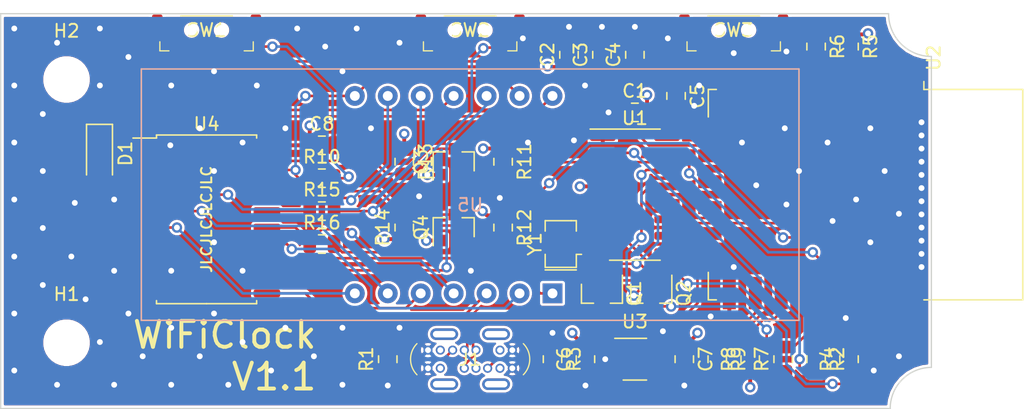
<source format=kicad_pcb>
(kicad_pcb (version 20171130) (host pcbnew "(5.1.9-0-10_14)")
  (layers (0 F.Cu signal) (1 In1.Cu power) (2 In2.Cu power) (31 B.Cu signal) (34 B.Paste user hide) (35 F.Paste user hide) (36 B.SilkS user) (37 F.SilkS user) (38 B.Mask user hide) (39 F.Mask user hide) (44 Edge.Cuts user))
  (net 0 "")
  (net 1 +3V3)
  (net 2 GND)
  (net 3 +5V)
  (net 4 COM1)
  (net 5 "Net-(D1-Pad1)")
  (net 6 "Net-(J1-PadA5)")
  (net 7 D-)
  (net 8 D+)
  (net 9 "Net-(J1-PadB5)")
  (net 10 ~RST)
  (net 11 ~RTS)
  (net 12 ~DTR)
  (net 13 GPIO0)
  (net 14 SDA5)
  (net 15 SDA33)
  (net 16 SCL5)
  (net 17 SCL33)
  (net 18 "Net-(R2-Pad2)")
  (net 19 RXD)
  (net 20 TXD)
  (net 21 "Net-(R4-Pad1)")
  (net 22 EN)
  (net 23 GPIO2)
  (net 24 GPIO15)
  (net 25 "Net-(R10-Pad2)")
  (net 26 K1)
  (net 27 "Net-(R15-Pad2)")
  (net 28 K2)
  (net 29 "Net-(R16-Pad2)")
  (net 30 K3)
  (net 31 "Net-(U1-Pad8)")
  (net 32 "Net-(U1-Pad7)")
  (net 33 ROW3)
  (net 34 ROW4)
  (net 35 ROW5)
  (net 36 ROW6)
  (net 37 ROW7)
  (net 38 COM4)
  (net 39 COM3)
  (net 40 COM2)
  (net 41 COM0)
  (module wificlock:CL5643AH (layer B.Cu) (at 128.27 127 180)
    (fp_text reference U5 (at 0 -0.8) (layer B.SilkS) (effects (justify mirror)))
    (fp_text value KW4-56NCLB-P)
    (pad 14 thru_hole circle (at -6.35 7.62 180) (size 1.524 1.524) (drill 0.762) (layers *.Cu *.Mask) (net 41 COM0))
    (pad 13 thru_hole circle (at -3.81 7.62 180) (size 1.524 1.524) (drill 0.762) (layers *.Cu *.Mask) (net 26 K1))
    (pad 12 thru_hole circle (at -1.27 7.62 180) (size 1.524 1.524) (drill 0.762) (layers *.Cu *.Mask) (net 35 ROW5))
    (pad 11 thru_hole circle (at 1.27 7.62 180) (size 1.524 1.524) (drill 0.762) (layers *.Cu *.Mask) (net 4 COM1))
    (pad 10 thru_hole circle (at 3.81 7.62 180) (size 1.524 1.524) (drill 0.762) (layers *.Cu *.Mask) (net 40 COM2))
    (pad 9 thru_hole circle (at 6.35 7.62 180) (size 1.524 1.524) (drill 0.762) (layers *.Cu *.Mask) (net 28 K2))
    (pad 8 thru_hole circle (at 8.89 7.62 180) (size 1.524 1.524) (drill 0.762) (layers *.Cu *.Mask) (net 26 K1))
    (pad 7 thru_hole circle (at 8.89 -7.62 180) (size 1.524 1.524) (drill 0.762) (layers *.Cu *.Mask) (net 38 COM4))
    (pad 6 thru_hole circle (at 6.35 -7.62 180) (size 1.524 1.524) (drill 0.762) (layers *.Cu *.Mask) (net 39 COM3))
    (pad 5 thru_hole circle (at 3.81 -7.62 180) (size 1.524 1.524) (drill 0.762) (layers *.Cu *.Mask) (net 36 ROW6))
    (pad 4 thru_hole circle (at 1.27 -7.62 180) (size 1.524 1.524) (drill 0.762) (layers *.Cu *.Mask) (net 30 K3))
    (pad 3 thru_hole circle (at -1.27 -7.62 180) (size 1.524 1.524) (drill 0.762) (layers *.Cu *.Mask) (net 37 ROW7))
    (pad 2 thru_hole circle (at -3.81 -7.62 180) (size 1.524 1.524) (drill 0.762) (layers *.Cu *.Mask) (net 33 ROW3))
    (pad 1 thru_hole rect (at -6.35 -7.62 180) (size 1.524 1.524) (drill 0.762) (layers *.Cu *.Mask) (net 34 ROW4))
  )
  (module wificlock:USB_C_Receptacle_UT03FD014SX01ZA_Vertical (layer F.Cu) (at 128.27 139.7)
    (fp_text reference J1 (at 0 0) (layer F.SilkS))
    (fp_text value USB_C_Receptacle_USB2.0)
    (pad A1 thru_hole circle (at -3.25 -0.7) (size 0.7 0.7) (drill 0.45) (layers *.Cu *.Mask) (net 2 GND))
    (pad A4 thru_hole circle (at -2.3 -0.7) (size 0.7 0.7) (drill 0.45) (layers *.Cu *.Mask) (net 3 +5V))
    (pad A5 thru_hole circle (at -1.35 -0.7) (size 0.7 0.7) (drill 0.45) (layers *.Cu *.Mask) (net 6 "Net-(J1-PadA5)"))
    (pad A6 thru_hole circle (at -0.45 -0.7) (size 0.7 0.7) (drill 0.45) (layers *.Cu *.Mask) (net 8 D+))
    (pad B12 thru_hole circle (at -3.25 0.7) (size 0.7 0.7) (drill 0.45) (layers *.Cu *.Mask) (net 2 GND))
    (pad B9 thru_hole circle (at -2.3 0.7) (size 0.7 0.7) (drill 0.45) (layers *.Cu *.Mask) (net 3 +5V))
    (pad B6 thru_hole circle (at 0.45 0.7) (size 0.7 0.7) (drill 0.45) (layers *.Cu *.Mask) (net 8 D+))
    (pad B5 thru_hole circle (at 1.35 0.7) (size 0.7 0.7) (drill 0.45) (layers *.Cu *.Mask) (net 9 "Net-(J1-PadB5)"))
    (pad B4 thru_hole circle (at 2.3 0.7) (size 0.7 0.7) (drill 0.45) (layers *.Cu *.Mask) (net 3 +5V))
    (pad B1 thru_hole circle (at 3.25 0.7) (size 0.7 0.7) (drill 0.45) (layers *.Cu *.Mask) (net 2 GND))
    (pad A9 thru_hole circle (at 2.3 -0.7) (size 0.7 0.7) (drill 0.45) (layers *.Cu *.Mask) (net 3 +5V))
    (pad A12 thru_hole circle (at 3.25 -0.7) (size 0.7 0.7) (drill 0.45) (layers *.Cu *.Mask) (net 2 GND))
    (pad S1 thru_hole roundrect (at -2 -1.93) (size 2.15 0.9) (drill oval 1.75 0.5) (layers *.Cu *.Mask) (roundrect_rratio 0.5))
    (pad S1 thru_hole roundrect (at 2 -1.93) (size 2.15 0.9) (drill oval 1.75 0.5) (layers *.Cu *.Mask) (roundrect_rratio 0.5))
    (pad S1 thru_hole roundrect (at 2 1.93) (size 2.15 0.9) (drill oval 1.75 0.5) (layers *.Cu *.Mask) (roundrect_rratio 0.5))
    (pad S1 thru_hole roundrect (at -2 1.93) (size 2.15 0.9) (drill oval 1.75 0.5) (layers *.Cu *.Mask) (roundrect_rratio 0.5))
    (pad B7 thru_hole circle (at -0.45 0.7) (size 0.7 0.7) (drill 0.45) (layers *.Cu *.Mask) (net 7 D-))
    (pad A7 thru_hole circle (at 0.45 -0.7) (size 0.7 0.7) (drill 0.45) (layers *.Cu *.Mask) (net 7 D-))
  )
  (module wificlock:SW_SPST_SMD_3x6x3.5_Side (layer F.Cu) (at 148.59 114.3)
    (fp_text reference SW3 (at 0 0) (layer F.SilkS))
    (fp_text value SW_SPST)
    (pad MP smd roundrect (at 3.8 -0.6) (size 0.8 1.2) (layers F.Cu F.Paste F.Mask) (roundrect_rratio 0.167))
    (pad MP smd roundrect (at -3.8 -0.6) (size 0.8 1.2) (layers F.Cu F.Paste F.Mask) (roundrect_rratio 0.167))
    (pad 2 smd roundrect (at 2.1 1.35) (size 0.8 1.2) (layers F.Cu F.Paste F.Mask) (roundrect_rratio 0.125) (net 29 "Net-(R16-Pad2)"))
    (pad 1 smd roundrect (at -2.1 1.35) (size 0.8 1.2) (layers F.Cu F.Paste F.Mask) (roundrect_rratio 0.125) (net 5 "Net-(D1-Pad1)"))
    (pad "" np_thru_hole circle (at 1.15 0) (size 0.8 0.8) (drill 0.8) (layers *.Cu *.Mask))
    (pad "" np_thru_hole circle (at -1.15 0) (size 0.8 0.8) (drill 0.8) (layers *.Cu *.Mask))
  )
  (module wificlock:SW_SPST_SMD_3x6x3.5_Side (layer F.Cu) (at 128.27 114.3)
    (fp_text reference SW2 (at 0 0) (layer F.SilkS))
    (fp_text value SW_SPST)
    (pad MP smd roundrect (at 3.8 -0.6) (size 0.8 1.2) (layers F.Cu F.Paste F.Mask) (roundrect_rratio 0.167))
    (pad MP smd roundrect (at -3.8 -0.6) (size 0.8 1.2) (layers F.Cu F.Paste F.Mask) (roundrect_rratio 0.167))
    (pad 2 smd roundrect (at 2.1 1.35) (size 0.8 1.2) (layers F.Cu F.Paste F.Mask) (roundrect_rratio 0.125) (net 27 "Net-(R15-Pad2)"))
    (pad 1 smd roundrect (at -2.1 1.35) (size 0.8 1.2) (layers F.Cu F.Paste F.Mask) (roundrect_rratio 0.125) (net 5 "Net-(D1-Pad1)"))
    (pad "" np_thru_hole circle (at 1.15 0) (size 0.8 0.8) (drill 0.8) (layers *.Cu *.Mask))
    (pad "" np_thru_hole circle (at -1.15 0) (size 0.8 0.8) (drill 0.8) (layers *.Cu *.Mask))
  )
  (module wificlock:SW_SPST_SMD_3x6x3.5_Side (layer F.Cu) (at 107.95 114.3)
    (fp_text reference SW1 (at 0 0) (layer F.SilkS))
    (fp_text value SW_SPST)
    (pad MP smd roundrect (at 3.8 -0.6) (size 0.8 1.2) (layers F.Cu F.Paste F.Mask) (roundrect_rratio 0.167))
    (pad MP smd roundrect (at -3.8 -0.6) (size 0.8 1.2) (layers F.Cu F.Paste F.Mask) (roundrect_rratio 0.167))
    (pad 2 smd roundrect (at 2.1 1.35) (size 0.8 1.2) (layers F.Cu F.Paste F.Mask) (roundrect_rratio 0.125) (net 25 "Net-(R10-Pad2)"))
    (pad 1 smd roundrect (at -2.1 1.35) (size 0.8 1.2) (layers F.Cu F.Paste F.Mask) (roundrect_rratio 0.125) (net 5 "Net-(D1-Pad1)"))
    (pad "" np_thru_hole circle (at 1.15 0) (size 0.8 0.8) (drill 0.8) (layers *.Cu *.Mask))
    (pad "" np_thru_hole circle (at -1.15 0) (size 0.8 0.8) (drill 0.8) (layers *.Cu *.Mask))
  )
  (module Diode_SMD:D_SOD-123 (layer F.Cu) (at 99.695 123.825 270)
    (fp_text reference D1 (at 0 -2 90) (layer F.SilkS))
    (fp_text value 1N4148W)
    (pad 1 smd rect (at -1.65 0 270) (size 0.9 1.2) (layers F.Cu F.Paste F.Mask) (net 5 "Net-(D1-Pad1)"))
    (pad 2 smd rect (at 1.65 0 270) (size 0.9 1.2) (layers F.Cu F.Paste F.Mask) (net 4 COM1))
  )
  (module RF_Module:ESP-12E (layer F.Cu) (at 158.75 127 270)
    (fp_text reference U2 (at -10.56 -5.26 90) (layer F.SilkS))
    (fp_text value ESP-12F)
    (pad 1 smd rect (at -7.6 -3.5 270) (size 2.5 1) (layers F.Cu F.Paste F.Mask) (net 10 ~RST))
    (pad 2 smd rect (at -7.6 -1.5 270) (size 2.5 1) (layers F.Cu F.Paste F.Mask))
    (pad 3 smd rect (at -7.6 0.5 270) (size 2.5 1) (layers F.Cu F.Paste F.Mask) (net 22 EN))
    (pad 4 smd rect (at -7.6 2.5 270) (size 2.5 1) (layers F.Cu F.Paste F.Mask))
    (pad 5 smd rect (at -7.6 4.5 270) (size 2.5 1) (layers F.Cu F.Paste F.Mask))
    (pad 6 smd rect (at -7.6 6.5 270) (size 2.5 1) (layers F.Cu F.Paste F.Mask))
    (pad 7 smd rect (at -7.6 8.5 270) (size 2.5 1) (layers F.Cu F.Paste F.Mask))
    (pad 8 smd rect (at -7.6 10.5 270) (size 2.5 1) (layers F.Cu F.Paste F.Mask) (net 1 +3V3))
    (pad 9 smd rect (at -5 12 270) (size 1 1.8) (layers F.Cu F.Paste F.Mask))
    (pad 10 smd rect (at -3 12 270) (size 1 1.8) (layers F.Cu F.Paste F.Mask))
    (pad 11 smd rect (at -1 12 270) (size 1 1.8) (layers F.Cu F.Paste F.Mask))
    (pad 12 smd rect (at 1 12 270) (size 1 1.8) (layers F.Cu F.Paste F.Mask))
    (pad 13 smd rect (at 3 12 270) (size 1 1.8) (layers F.Cu F.Paste F.Mask))
    (pad 14 smd rect (at 5 12 270) (size 1 1.8) (layers F.Cu F.Paste F.Mask))
    (pad 15 smd rect (at 7.6 10.5 270) (size 2.5 1) (layers F.Cu F.Paste F.Mask) (net 2 GND))
    (pad 16 smd rect (at 7.6 8.5 270) (size 2.5 1) (layers F.Cu F.Paste F.Mask) (net 24 GPIO15))
    (pad 17 smd rect (at 7.6 6.5 270) (size 2.5 1) (layers F.Cu F.Paste F.Mask) (net 23 GPIO2))
    (pad 18 smd rect (at 7.6 4.5 270) (size 2.5 1) (layers F.Cu F.Paste F.Mask) (net 13 GPIO0))
    (pad 19 smd rect (at 7.6 2.5 270) (size 2.5 1) (layers F.Cu F.Paste F.Mask) (net 15 SDA33))
    (pad 20 smd rect (at 7.6 0.5 270) (size 2.5 1) (layers F.Cu F.Paste F.Mask) (net 17 SCL33))
    (pad 21 smd rect (at 7.6 -1.5 270) (size 2.5 1) (layers F.Cu F.Paste F.Mask) (net 19 RXD))
    (pad 22 smd rect (at 7.6 -3.5 270) (size 2.5 1) (layers F.Cu F.Paste F.Mask) (net 20 TXD))
  )
  (module MountingHole:MountingHole_3.2mm_M3_ISO14580 (layer F.Cu) (at 97.155 118.11)
    (fp_text reference H2 (at 0 -3.75) (layer F.SilkS))
    (fp_text value MountingHole)
    (pad 1 np_thru_hole circle (at 0 0) (size 3.2 3.2) (drill 3.2) (layers *.Cu *.Mask))
  )
  (module MountingHole:MountingHole_3.2mm_M3_ISO14580 (layer F.Cu) (at 97.155 138.43)
    (fp_text reference H1 (at 0 -3.75) (layer F.SilkS))
    (fp_text value MountingHole)
    (pad 1 np_thru_hole circle (at 0 0) (size 3.2 3.2) (drill 3.2) (layers *.Cu *.Mask))
  )
  (module Crystal:Resonator_SMD_muRata_CSTxExxV-3Pin_3.0x1.1mm (layer F.Cu) (at 135.255 130.81 90)
    (fp_text reference Y1 (at 0 -2 90) (layer F.SilkS))
    (fp_text value 12MHz)
    (pad 1 smd rect (at -1.2 0 90) (size 0.4 1.9) (layers F.Cu F.Paste F.Mask) (net 31 "Net-(U1-Pad8)"))
    (pad 2 smd rect (at 0 0 90) (size 0.4 1.9) (layers F.Cu F.Paste F.Mask) (net 2 GND))
    (pad 3 smd rect (at 1.2 0 90) (size 0.4 1.9) (layers F.Cu F.Paste F.Mask) (net 32 "Net-(U1-Pad7)"))
  )
  (module Package_SO:SOIC-20W_7.5x12.8mm_P1.27mm (layer F.Cu) (at 107.95 128.905)
    (fp_text reference U4 (at 0 -7.35) (layer F.SilkS))
    (fp_text value HT16K33-20SOP)
    (pad 1 smd roundrect (at -4.65 -5.715) (size 2.05 0.6) (layers F.Cu F.Paste F.Mask) (net 2 GND))
    (pad 2 smd roundrect (at -4.65 -4.445) (size 2.05 0.6) (layers F.Cu F.Paste F.Mask) (net 41 COM0))
    (pad 3 smd roundrect (at -4.65 -3.175) (size 2.05 0.6) (layers F.Cu F.Paste F.Mask) (net 4 COM1))
    (pad 4 smd roundrect (at -4.65 -1.905) (size 2.05 0.6) (layers F.Cu F.Paste F.Mask) (net 40 COM2))
    (pad 5 smd roundrect (at -4.65 -0.635) (size 2.05 0.6) (layers F.Cu F.Paste F.Mask) (net 39 COM3))
    (pad 6 smd roundrect (at -4.65 0.635) (size 2.05 0.6) (layers F.Cu F.Paste F.Mask) (net 38 COM4))
    (pad 7 smd roundrect (at -4.65 1.905) (size 2.05 0.6) (layers F.Cu F.Paste F.Mask))
    (pad 8 smd roundrect (at -4.65 3.175) (size 2.05 0.6) (layers F.Cu F.Paste F.Mask))
    (pad 9 smd roundrect (at -4.65 4.445) (size 2.05 0.6) (layers F.Cu F.Paste F.Mask))
    (pad 10 smd roundrect (at -4.65 5.715) (size 2.05 0.6) (layers F.Cu F.Paste F.Mask) (net 37 ROW7))
    (pad 11 smd roundrect (at 4.65 5.715) (size 2.05 0.6) (layers F.Cu F.Paste F.Mask) (net 36 ROW6))
    (pad 12 smd roundrect (at 4.65 4.445) (size 2.05 0.6) (layers F.Cu F.Paste F.Mask) (net 35 ROW5))
    (pad 13 smd roundrect (at 4.65 3.175) (size 2.05 0.6) (layers F.Cu F.Paste F.Mask) (net 34 ROW4))
    (pad 14 smd roundrect (at 4.65 1.905) (size 2.05 0.6) (layers F.Cu F.Paste F.Mask) (net 33 ROW3))
    (pad 15 smd roundrect (at 4.65 0.635) (size 2.05 0.6) (layers F.Cu F.Paste F.Mask) (net 30 K3))
    (pad 16 smd roundrect (at 4.65 -0.635) (size 2.05 0.6) (layers F.Cu F.Paste F.Mask) (net 28 K2))
    (pad 17 smd roundrect (at 4.65 -1.905) (size 2.05 0.6) (layers F.Cu F.Paste F.Mask) (net 26 K1))
    (pad 18 smd roundrect (at 4.65 -3.175) (size 2.05 0.6) (layers F.Cu F.Paste F.Mask) (net 16 SCL5))
    (pad 19 smd roundrect (at 4.65 -4.445) (size 2.05 0.6) (layers F.Cu F.Paste F.Mask) (net 14 SDA5))
    (pad 20 smd roundrect (at 4.65 -5.715) (size 2.05 0.6) (layers F.Cu F.Paste F.Mask) (net 3 +5V))
  )
  (module Package_TO_SOT_SMD:SOT-23-5 (layer F.Cu) (at 140.97 139.7)
    (fp_text reference U3 (at 0 -2.9) (layer F.SilkS))
    (fp_text value ME6211C33M5G)
    (pad 1 smd rect (at -1.1 -0.95) (size 1.06 0.65) (layers F.Cu F.Paste F.Mask) (net 3 +5V))
    (pad 2 smd rect (at -1.1 0) (size 1.06 0.65) (layers F.Cu F.Paste F.Mask) (net 2 GND))
    (pad 3 smd rect (at -1.1 0.95) (size 1.06 0.65) (layers F.Cu F.Paste F.Mask) (net 3 +5V))
    (pad 4 smd rect (at 1.1 0.95) (size 1.06 0.65) (layers F.Cu F.Paste F.Mask))
    (pad 5 smd rect (at 1.1 -0.95) (size 1.06 0.65) (layers F.Cu F.Paste F.Mask) (net 1 +3V3))
  )
  (module Package_SO:SOIC-16_3.9x9.9mm_P1.27mm (layer F.Cu) (at 140.97 127)
    (fp_text reference U1 (at 0 -5.9) (layer F.SilkS))
    (fp_text value CH340C/G)
    (pad 1 smd roundrect (at -2.475 -4.445) (size 1.95 0.6) (layers F.Cu F.Paste F.Mask) (net 2 GND))
    (pad 2 smd roundrect (at -2.475 -3.175) (size 1.95 0.6) (layers F.Cu F.Paste F.Mask) (net 18 "Net-(R2-Pad2)"))
    (pad 3 smd roundrect (at -2.475 -1.905) (size 1.95 0.6) (layers F.Cu F.Paste F.Mask) (net 21 "Net-(R4-Pad1)"))
    (pad 4 smd roundrect (at -2.475 -0.635) (size 1.95 0.6) (layers F.Cu F.Paste F.Mask) (net 1 +3V3))
    (pad 5 smd roundrect (at -2.475 0.635) (size 1.95 0.6) (layers F.Cu F.Paste F.Mask) (net 8 D+))
    (pad 6 smd roundrect (at -2.475 1.905) (size 1.95 0.6) (layers F.Cu F.Paste F.Mask) (net 7 D-))
    (pad 7 smd roundrect (at -2.475 3.175) (size 1.95 0.6) (layers F.Cu F.Paste F.Mask) (net 32 "Net-(U1-Pad7)"))
    (pad 8 smd roundrect (at -2.475 4.445) (size 1.95 0.6) (layers F.Cu F.Paste F.Mask) (net 31 "Net-(U1-Pad8)"))
    (pad 9 smd roundrect (at 2.475 4.445) (size 1.95 0.6) (layers F.Cu F.Paste F.Mask))
    (pad 10 smd roundrect (at 2.475 3.175) (size 1.95 0.6) (layers F.Cu F.Paste F.Mask))
    (pad 11 smd roundrect (at 2.475 1.905) (size 1.95 0.6) (layers F.Cu F.Paste F.Mask))
    (pad 12 smd roundrect (at 2.475 0.635) (size 1.95 0.6) (layers F.Cu F.Paste F.Mask))
    (pad 13 smd roundrect (at 2.475 -0.635) (size 1.95 0.6) (layers F.Cu F.Paste F.Mask) (net 12 ~DTR))
    (pad 14 smd roundrect (at 2.475 -1.905) (size 1.95 0.6) (layers F.Cu F.Paste F.Mask) (net 11 ~RTS))
    (pad 15 smd roundrect (at 2.475 -3.175) (size 1.95 0.6) (layers F.Cu F.Paste F.Mask))
    (pad 16 smd roundrect (at 2.475 -4.445) (size 1.95 0.6) (layers F.Cu F.Paste F.Mask) (net 1 +3V3))
  )
  (module Resistor_SMD:R_0805_2012Metric (layer F.Cu) (at 116.84 130.81)
    (fp_text reference R16 (at 0 -1.65) (layer F.SilkS))
    (fp_text value 47k)
    (pad 1 smd roundrect (at -0.9375 0) (size 0.975 1.4) (layers F.Cu F.Paste F.Mask) (net 30 K3))
    (pad 2 smd roundrect (at 0.9375 0) (size 0.975 1.4) (layers F.Cu F.Paste F.Mask) (net 29 "Net-(R16-Pad2)"))
  )
  (module Resistor_SMD:R_0805_2012Metric (layer F.Cu) (at 116.84 128.27)
    (fp_text reference R15 (at 0 -1.65) (layer F.SilkS))
    (fp_text value 47k)
    (pad 1 smd roundrect (at -0.9375 0) (size 0.975 1.4) (layers F.Cu F.Paste F.Mask) (net 28 K2))
    (pad 2 smd roundrect (at 0.9375 0) (size 0.975 1.4) (layers F.Cu F.Paste F.Mask) (net 27 "Net-(R15-Pad2)"))
  )
  (module Resistor_SMD:R_0805_2012Metric (layer F.Cu) (at 123.19 129.54 90)
    (fp_text reference R14 (at 0 -1.65 90) (layer F.SilkS))
    (fp_text value 4k7)
    (pad 1 smd roundrect (at -0.9375 0 90) (size 0.975 1.4) (layers F.Cu F.Paste F.Mask) (net 3 +5V))
    (pad 2 smd roundrect (at 0.9375 0 90) (size 0.975 1.4) (layers F.Cu F.Paste F.Mask) (net 16 SCL5))
  )
  (module Resistor_SMD:R_0805_2012Metric (layer F.Cu) (at 123.19 124.46 270)
    (fp_text reference R13 (at 0 -1.65 90) (layer F.SilkS))
    (fp_text value 4k7)
    (pad 1 smd roundrect (at -0.9375 0 270) (size 0.975 1.4) (layers F.Cu F.Paste F.Mask) (net 3 +5V))
    (pad 2 smd roundrect (at 0.9375 0 270) (size 0.975 1.4) (layers F.Cu F.Paste F.Mask) (net 14 SDA5))
  )
  (module Resistor_SMD:R_0805_2012Metric (layer F.Cu) (at 130.81 129.54 270)
    (fp_text reference R12 (at 0 -1.65 90) (layer F.SilkS))
    (fp_text value 4k7)
    (pad 1 smd roundrect (at -0.9375 0 270) (size 0.975 1.4) (layers F.Cu F.Paste F.Mask) (net 1 +3V3))
    (pad 2 smd roundrect (at 0.9375 0 270) (size 0.975 1.4) (layers F.Cu F.Paste F.Mask) (net 17 SCL33))
  )
  (module Resistor_SMD:R_0805_2012Metric (layer F.Cu) (at 130.81 124.46 270)
    (fp_text reference R11 (at 0 -1.65 90) (layer F.SilkS))
    (fp_text value 4k7)
    (pad 1 smd roundrect (at -0.9375 0 270) (size 0.975 1.4) (layers F.Cu F.Paste F.Mask) (net 1 +3V3))
    (pad 2 smd roundrect (at 0.9375 0 270) (size 0.975 1.4) (layers F.Cu F.Paste F.Mask) (net 15 SDA33))
  )
  (module Resistor_SMD:R_0805_2012Metric (layer F.Cu) (at 116.84 125.73)
    (fp_text reference R10 (at 0 -1.65) (layer F.SilkS))
    (fp_text value 47k)
    (pad 1 smd roundrect (at -0.9375 0) (size 0.975 1.4) (layers F.Cu F.Paste F.Mask) (net 26 K1))
    (pad 2 smd roundrect (at 0.9375 0) (size 0.975 1.4) (layers F.Cu F.Paste F.Mask) (net 25 "Net-(R10-Pad2)"))
  )
  (module Resistor_SMD:R_0805_2012Metric (layer F.Cu) (at 147.32 139.7 270)
    (fp_text reference R9 (at 0 -1.65 90) (layer F.SilkS))
    (fp_text value 10k)
    (pad 1 smd roundrect (at -0.9375 0 270) (size 0.975 1.4) (layers F.Cu F.Paste F.Mask) (net 24 GPIO15))
    (pad 2 smd roundrect (at 0.9375 0 270) (size 0.975 1.4) (layers F.Cu F.Paste F.Mask) (net 2 GND))
  )
  (module Resistor_SMD:R_0805_2012Metric (layer F.Cu) (at 149.86 139.7 90)
    (fp_text reference R8 (at 0 -1.65 90) (layer F.SilkS))
    (fp_text value 10k)
    (pad 1 smd roundrect (at -0.9375 0 90) (size 0.975 1.4) (layers F.Cu F.Paste F.Mask) (net 1 +3V3))
    (pad 2 smd roundrect (at 0.9375 0 90) (size 0.975 1.4) (layers F.Cu F.Paste F.Mask) (net 23 GPIO2))
  )
  (module Resistor_SMD:R_0805_2012Metric (layer F.Cu) (at 152.4 139.7 90)
    (fp_text reference R7 (at 0 -1.65 90) (layer F.SilkS))
    (fp_text value 10k)
    (pad 1 smd roundrect (at -0.9375 0 90) (size 0.975 1.4) (layers F.Cu F.Paste F.Mask) (net 1 +3V3))
    (pad 2 smd roundrect (at 0.9375 0 90) (size 0.975 1.4) (layers F.Cu F.Paste F.Mask) (net 13 GPIO0))
  )
  (module Resistor_SMD:R_0805_2012Metric (layer F.Cu) (at 154.94 115.57 270)
    (fp_text reference R6 (at 0 -1.65 90) (layer F.SilkS))
    (fp_text value 10k)
    (pad 1 smd roundrect (at -0.9375 0 270) (size 0.975 1.4) (layers F.Cu F.Paste F.Mask) (net 1 +3V3))
    (pad 2 smd roundrect (at 0.9375 0 270) (size 0.975 1.4) (layers F.Cu F.Paste F.Mask) (net 22 EN))
  )
  (module Resistor_SMD:R_0805_2012Metric (layer F.Cu) (at 157.48 115.57 270)
    (fp_text reference R5 (at 0 -1.65 90) (layer F.SilkS))
    (fp_text value 10k)
    (pad 1 smd roundrect (at -0.9375 0 270) (size 0.975 1.4) (layers F.Cu F.Paste F.Mask) (net 1 +3V3))
    (pad 2 smd roundrect (at 0.9375 0 270) (size 0.975 1.4) (layers F.Cu F.Paste F.Mask) (net 10 ~RST))
  )
  (module Resistor_SMD:R_0805_2012Metric (layer F.Cu) (at 157.48 139.7 90)
    (fp_text reference R4 (at 0 -1.65 90) (layer F.SilkS))
    (fp_text value 470)
    (pad 1 smd roundrect (at -0.9375 0 90) (size 0.975 1.4) (layers F.Cu F.Paste F.Mask) (net 21 "Net-(R4-Pad1)"))
    (pad 2 smd roundrect (at 0.9375 0 90) (size 0.975 1.4) (layers F.Cu F.Paste F.Mask) (net 20 TXD))
  )
  (module Resistor_SMD:R_0805_2012Metric (layer F.Cu) (at 134.62 139.7 270)
    (fp_text reference R3 (at 0 -1.65 90) (layer F.SilkS))
    (fp_text value 5k1)
    (pad 2 smd roundrect (at 0.9375 0 270) (size 0.975 1.4) (layers F.Cu F.Paste F.Mask) (net 9 "Net-(J1-PadB5)"))
    (pad 1 smd roundrect (at -0.9375 0 270) (size 0.975 1.4) (layers F.Cu F.Paste F.Mask) (net 2 GND))
  )
  (module Resistor_SMD:R_0805_2012Metric (layer F.Cu) (at 154.94 139.7 270)
    (fp_text reference R2 (at 0 -1.65 90) (layer F.SilkS))
    (fp_text value 470)
    (pad 1 smd roundrect (at -0.9375 0 270) (size 0.975 1.4) (layers F.Cu F.Paste F.Mask) (net 19 RXD))
    (pad 2 smd roundrect (at 0.9375 0 270) (size 0.975 1.4) (layers F.Cu F.Paste F.Mask) (net 18 "Net-(R2-Pad2)"))
  )
  (module Resistor_SMD:R_0805_2012Metric (layer F.Cu) (at 121.92 139.7 90)
    (fp_text reference R1 (at 0 -1.65 90) (layer F.SilkS))
    (fp_text value 5k1)
    (pad 2 smd roundrect (at 0.9375 0 90) (size 0.975 1.4) (layers F.Cu F.Paste F.Mask) (net 6 "Net-(J1-PadA5)"))
    (pad 1 smd roundrect (at -0.9375 0 90) (size 0.975 1.4) (layers F.Cu F.Paste F.Mask) (net 2 GND))
  )
  (module Package_TO_SOT_SMD:SOT-23 (layer F.Cu) (at 127 129.54 90)
    (fp_text reference Q4 (at 0 -2.5 90) (layer F.SilkS))
    (fp_text value AO3402)
    (pad 1 smd rect (at -1 -0.95 90) (size 0.9 0.8) (layers F.Cu F.Paste F.Mask) (net 1 +3V3))
    (pad 2 smd rect (at -1 0.95 90) (size 0.9 0.8) (layers F.Cu F.Paste F.Mask) (net 17 SCL33))
    (pad 3 smd rect (at 1 0 90) (size 0.9 0.8) (layers F.Cu F.Paste F.Mask) (net 16 SCL5))
  )
  (module Package_TO_SOT_SMD:SOT-23 (layer F.Cu) (at 127 124.46 90)
    (fp_text reference Q3 (at 0 -2.5 90) (layer F.SilkS))
    (fp_text value AO3402)
    (pad 1 smd rect (at -1 -0.95 90) (size 0.9 0.8) (layers F.Cu F.Paste F.Mask) (net 1 +3V3))
    (pad 2 smd rect (at -1 0.95 90) (size 0.9 0.8) (layers F.Cu F.Paste F.Mask) (net 15 SDA33))
    (pad 3 smd rect (at 1 0 90) (size 0.9 0.8) (layers F.Cu F.Paste F.Mask) (net 14 SDA5))
  )
  (module Package_TO_SOT_SMD:SOT-23 (layer F.Cu) (at 142.24 134.62 270)
    (fp_text reference Q2 (at 0 -2.5 90) (layer F.SilkS))
    (fp_text value AO3402)
    (pad 1 smd rect (at -1 -0.95 270) (size 0.9 0.8) (layers F.Cu F.Paste F.Mask) (net 11 ~RTS))
    (pad 2 smd rect (at -1 0.95 270) (size 0.9 0.8) (layers F.Cu F.Paste F.Mask) (net 12 ~DTR))
    (pad 3 smd rect (at 1 0 270) (size 0.9 0.8) (layers F.Cu F.Paste F.Mask) (net 13 GPIO0))
  )
  (module Package_TO_SOT_SMD:SOT-23 (layer F.Cu) (at 138.43 134.62 270)
    (fp_text reference Q1 (at 0 -2.5 90) (layer F.SilkS))
    (fp_text value AO3402)
    (pad 1 smd rect (at -1 -0.95 270) (size 0.9 0.8) (layers F.Cu F.Paste F.Mask) (net 12 ~DTR))
    (pad 2 smd rect (at -1 0.95 270) (size 0.9 0.8) (layers F.Cu F.Paste F.Mask) (net 11 ~RTS))
    (pad 3 smd rect (at 1 0 270) (size 0.9 0.8) (layers F.Cu F.Paste F.Mask) (net 10 ~RST))
  )
  (module Capacitor_SMD:C_0805_2012Metric (layer F.Cu) (at 116.84 123.19)
    (fp_text reference C8 (at 0 -1.65) (layer F.SilkS))
    (fp_text value 100n)
    (pad 1 smd roundrect (at -0.9375 0) (size 0.975 1.4) (layers F.Cu F.Paste F.Mask) (net 3 +5V))
    (pad 2 smd roundrect (at 0.9375 0) (size 0.975 1.4) (layers F.Cu F.Paste F.Mask) (net 2 GND))
  )
  (module Capacitor_SMD:C_0805_2012Metric (layer F.Cu) (at 144.78 139.7 270)
    (fp_text reference C7 (at 0 -1.65 90) (layer F.SilkS))
    (fp_text value 1u)
    (pad 1 smd roundrect (at -0.9375 0 270) (size 0.975 1.4) (layers F.Cu F.Paste F.Mask) (net 1 +3V3))
    (pad 2 smd roundrect (at 0.9375 0 270) (size 0.975 1.4) (layers F.Cu F.Paste F.Mask) (net 2 GND))
  )
  (module Capacitor_SMD:C_0805_2012Metric (layer F.Cu) (at 137.16 139.7 90)
    (fp_text reference C6 (at 0 -1.65 90) (layer F.SilkS))
    (fp_text value 1u)
    (pad 1 smd roundrect (at -0.9375 0 90) (size 0.975 1.4) (layers F.Cu F.Paste F.Mask) (net 2 GND))
    (pad 2 smd roundrect (at 0.9375 0 90) (size 0.975 1.4) (layers F.Cu F.Paste F.Mask) (net 3 +5V))
  )
  (module Capacitor_SMD:C_0805_2012Metric (layer F.Cu) (at 144.145 119.38 270)
    (fp_text reference C5 (at 0 -1.65 90) (layer F.SilkS))
    (fp_text value 100n)
    (pad 1 smd roundrect (at -0.9375 0 270) (size 0.975 1.4) (layers F.Cu F.Paste F.Mask) (net 1 +3V3))
    (pad 2 smd roundrect (at 0.9375 0 270) (size 0.975 1.4) (layers F.Cu F.Paste F.Mask) (net 2 GND))
  )
  (module Capacitor_SMD:C_0805_2012Metric (layer F.Cu) (at 140.97 116.205 90)
    (fp_text reference C4 (at 0 -1.65 90) (layer F.SilkS))
    (fp_text value 10u)
    (pad 1 smd roundrect (at -0.9375 0 90) (size 0.975 1.4) (layers F.Cu F.Paste F.Mask) (net 1 +3V3))
    (pad 2 smd roundrect (at 0.9375 0 90) (size 0.975 1.4) (layers F.Cu F.Paste F.Mask) (net 2 GND))
  )
  (module Capacitor_SMD:C_0805_2012Metric (layer F.Cu) (at 138.43 116.205 90)
    (fp_text reference C3 (at 0 -1.65 90) (layer F.SilkS))
    (fp_text value 10u)
    (pad 1 smd roundrect (at -0.9375 0 90) (size 0.975 1.4) (layers F.Cu F.Paste F.Mask) (net 1 +3V3))
    (pad 2 smd roundrect (at 0.9375 0 90) (size 0.975 1.4) (layers F.Cu F.Paste F.Mask) (net 2 GND))
  )
  (module Capacitor_SMD:C_0805_2012Metric (layer F.Cu) (at 135.89 116.205 90)
    (fp_text reference C2 (at 0 -1.65 90) (layer F.SilkS))
    (fp_text value 10u)
    (pad 1 smd roundrect (at -0.9375 0 90) (size 0.975 1.4) (layers F.Cu F.Paste F.Mask) (net 1 +3V3))
    (pad 2 smd roundrect (at 0.9375 0 90) (size 0.975 1.4) (layers F.Cu F.Paste F.Mask) (net 2 GND))
  )
  (module Capacitor_SMD:C_0805_2012Metric (layer F.Cu) (at 140.97 120.65)
    (fp_text reference C1 (at 0 -1.65) (layer F.SilkS))
    (fp_text value 100n)
    (pad 1 smd roundrect (at -0.9375 0) (size 0.975 1.4) (layers F.Cu F.Paste F.Mask) (net 2 GND))
    (pad 2 smd roundrect (at 0.9375 0) (size 0.975 1.4) (layers F.Cu F.Paste F.Mask) (net 1 +3V3))
  )
  (gr_text JLCJLCJLCJLC (at 107.95 128.905 90) (layer F.SilkS) (effects (font (size 0.8 0.8))))
  (gr_text "WiFiClock\nV1.1" (at 116.586 139.446) (layer F.SilkS) (effects (font (size 2 2) (thickness 0.3)) (justify right)))
  (gr_arc (start 163.83 143.51) (end 163.83 140.335) (angle -90) (layer Edge.Cuts) (width 0.1))
  (gr_arc (start 163.83 113.03) (end 160.528 113.03) (angle -90) (layer Edge.Cuts) (width 0.1))
  (gr_line (start 92.075 113.03) (end 160.528 113.03) (layer Edge.Cuts) (width 0.1))
  (gr_line (start 92.075 143.51) (end 92.075 113.03) (layer Edge.Cuts) (width 0.1))
  (gr_line (start 160.655 143.51) (end 92.075 143.51) (layer Edge.Cuts) (width 0.1))
  (gr_line (start 163.83 116.332) (end 163.83 140.335) (layer Edge.Cuts) (width 0.1))
  (segment (start 129.2766 123.4409) (end 130.7284 123.4409) (width 0.3) (layer F.Cu) (net 1))
  (segment (start 130.7284 123.4409) (end 130.81 123.5225) (width 0.3) (layer F.Cu) (net 1))
  (segment (start 157.48 114.6325) (end 154.94 114.6325) (width 0.3) (layer F.Cu) (net 1))
  (segment (start 141.908 120.7615) (end 141.9075 120.761) (width 0.3) (layer F.Cu) (net 1))
  (segment (start 141.9075 120.761) (end 141.9075 120.65) (width 0.3) (layer F.Cu) (net 1))
  (segment (start 141.908 120.7615) (end 141.908 119.301) (width 0.3) (layer F.Cu) (net 1))
  (segment (start 143.445 122.555) (end 142.24 122.555) (width 0.3) (layer F.Cu) (net 1))
  (segment (start 142.24 122.555) (end 141.908 122.222) (width 0.3) (layer F.Cu) (net 1))
  (segment (start 141.908 122.222) (end 141.908 120.7615) (width 0.3) (layer F.Cu) (net 1))
  (segment (start 144.145 118.442) (end 144.145 118.4425) (width 0.3) (layer F.Cu) (net 1))
  (segment (start 148.25 119.4) (end 148.25 117.77) (width 0.3) (layer F.Cu) (net 1))
  (segment (start 148.25 117.77) (end 147.955 117.475) (width 0.3) (layer F.Cu) (net 1))
  (segment (start 147.955 117.475) (end 145.112 117.475) (width 0.3) (layer F.Cu) (net 1))
  (segment (start 145.112 117.475) (end 144.145 118.442) (width 0.3) (layer F.Cu) (net 1))
  (segment (start 144.78 138.762) (end 144.78 138.7625) (width 0.3) (layer F.Cu) (net 1))
  (segment (start 144.78 138.762) (end 145.796 137.746) (width 0.3) (layer F.Cu) (net 1))
  (segment (start 145.796 137.746) (end 145.796 137.668) (width 0.3) (layer F.Cu) (net 1))
  (segment (start 142.07 138.75) (end 144.768 138.75) (width 0.3) (layer F.Cu) (net 1))
  (segment (start 144.768 138.75) (end 144.78 138.762) (width 0.3) (layer F.Cu) (net 1))
  (via (at 129.2766 123.4409) (size 0.8) (drill 0.45) (layers F.Cu B.Cu) (net 1))
  (via (at 129.2296 128.2643) (size 0.8) (drill 0.45) (layers F.Cu B.Cu) (net 1))
  (via (at 124.9734 125.476) (size 0.8) (drill 0.45) (layers F.Cu B.Cu) (net 1))
  (via (at 145.796 137.668) (size 0.8) (drill 0.45) (layers F.Cu B.Cu) (net 1))
  (via (at 141.908 119.301) (size 0.8) (drill 0.45) (layers F.Cu B.Cu) (net 1))
  (segment (start 129.5678 128.6025) (end 130.81 128.6025) (width 0.3) (layer F.Cu) (net 1))
  (segment (start 129.2296 128.2643) (end 129.5678 128.6025) (width 0.3) (layer F.Cu) (net 1))
  (via (at 149.86 141.859) (size 0.8) (drill 0.45) (layers F.Cu B.Cu) (net 1))
  (segment (start 149.86 140.6375) (end 152.4 140.6375) (width 0.3) (layer F.Cu) (net 1))
  (segment (start 149.86 141.859) (end 149.86 140.6375) (width 0.3) (layer F.Cu) (net 1))
  (segment (start 134.2875 117.1425) (end 134.239 117.094) (width 0.3) (layer F.Cu) (net 1))
  (via (at 134.239 117.094) (size 0.8) (drill 0.45) (layers F.Cu B.Cu) (net 1))
  (segment (start 135.89 117.1425) (end 134.2875 117.1425) (width 0.3) (layer F.Cu) (net 1))
  (via (at 158.9405 114.554) (size 0.8) (drill 0.45) (layers F.Cu B.Cu) (net 1))
  (segment (start 157.48 114.6325) (end 158.862 114.6325) (width 0.3) (layer F.Cu) (net 1))
  (segment (start 158.862 114.6325) (end 158.9405 114.554) (width 0.3) (layer F.Cu) (net 1))
  (segment (start 126.034 125.476) (end 126.05 125.46) (width 0.3) (layer F.Cu) (net 1))
  (segment (start 124.9734 125.476) (end 126.034 125.476) (width 0.3) (layer F.Cu) (net 1))
  (via (at 124.8916 130.556) (size 0.8) (drill 0.45) (layers F.Cu B.Cu) (net 1))
  (segment (start 126.05 130.54) (end 124.9076 130.54) (width 0.3) (layer F.Cu) (net 1))
  (segment (start 124.9076 130.54) (end 124.8916 130.556) (width 0.3) (layer F.Cu) (net 1))
  (segment (start 138.495 126.365) (end 136.7335 126.365) (width 0.3) (layer F.Cu) (net 1))
  (via (at 136.7335 126.365) (size 0.8) (drill 0.45) (layers F.Cu B.Cu) (net 1))
  (segment (start 135.89 117.1425) (end 138.43 117.1425) (width 0.3) (layer F.Cu) (net 1))
  (segment (start 138.43 117.1425) (end 140.97 117.1425) (width 0.3) (layer F.Cu) (net 1))
  (segment (start 142.845 117.1425) (end 144.145 118.4425) (width 0.3) (layer F.Cu) (net 1))
  (segment (start 140.97 117.1425) (end 142.845 117.1425) (width 0.3) (layer F.Cu) (net 1))
  (via (at 137.16 141.732) (size 0.8) (drill 0.45) (layers F.Cu B.Cu) (net 2))
  (via (at 105.156 123.19) (size 0.8) (drill 0.45) (layers F.Cu B.Cu) (net 2))
  (via (at 138.938 120.65) (size 0.8) (drill 0.45) (layers F.Cu B.Cu) (net 2))
  (via (at 148.59 132.588) (size 0.8) (drill 0.45) (layers F.Cu B.Cu) (net 2))
  (via (at 144.78 141.732) (size 0.8) (drill 0.45) (layers F.Cu B.Cu) (net 2))
  (via (at 145.542 120.142) (size 0.8) (drill 0.45) (layers F.Cu B.Cu) (net 2))
  (via (at 140.97 114.046) (size 0.8) (drill 0.45) (layers F.Cu B.Cu) (net 2))
  (via (at 138.43 114.046) (size 0.8) (drill 0.45) (layers F.Cu B.Cu) (net 2))
  (via (at 135.89 114.046) (size 0.8) (drill 0.45) (layers F.Cu B.Cu) (net 2))
  (via (at 138.684 139.7) (size 0.8) (drill 0.45) (layers F.Cu B.Cu) (net 2))
  (via (at 163.068 132.588) (size 0.8) (drill 0.45) (layers F.Cu B.Cu) (net 2))
  (via (at 163.068 131.572) (size 0.8) (drill 0.45) (layers F.Cu B.Cu) (net 2))
  (via (at 163.068 130.556) (size 0.8) (drill 0.45) (layers F.Cu B.Cu) (net 2))
  (via (at 163.068 129.54) (size 0.8) (drill 0.45) (layers F.Cu B.Cu) (net 2))
  (via (at 163.068 128.524) (size 0.8) (drill 0.45) (layers F.Cu B.Cu) (net 2))
  (via (at 163.068 127.508) (size 0.8) (drill 0.45) (layers F.Cu B.Cu) (net 2))
  (via (at 163.068 126.492) (size 0.8) (drill 0.45) (layers F.Cu B.Cu) (net 2))
  (via (at 163.068 125.476) (size 0.8) (drill 0.45) (layers F.Cu B.Cu) (net 2))
  (via (at 163.068 124.46) (size 0.8) (drill 0.45) (layers F.Cu B.Cu) (net 2))
  (via (at 163.068 123.444) (size 0.8) (drill 0.45) (layers F.Cu B.Cu) (net 2))
  (via (at 163.068 122.428) (size 0.8) (drill 0.45) (layers F.Cu B.Cu) (net 2))
  (via (at 163.068 121.412) (size 0.8) (drill 0.45) (layers F.Cu B.Cu) (net 2))
  (via (at 136.271 122.809) (size 0.8) (drill 0.45) (layers F.Cu B.Cu) (net 2))
  (via (at 130.556 127.254) (size 0.8) (drill 0.45) (layers F.Cu B.Cu) (net 2))
  (via (at 124.333 127.127) (size 0.8) (drill 0.45) (layers F.Cu B.Cu) (net 2))
  (via (at 93.124999 114.174999) (size 0.8) (drill 0.45) (layers F.Cu B.Cu) (net 2))
  (via (at 93.124999 118.574999) (size 0.8) (drill 0.45) (layers F.Cu B.Cu) (net 2))
  (via (at 93.124999 122.974999) (size 0.8) (drill 0.45) (layers F.Cu B.Cu) (net 2))
  (via (at 93.124999 127.374999) (size 0.8) (drill 0.45) (layers F.Cu B.Cu) (net 2))
  (via (at 93.124999 131.774999) (size 0.8) (drill 0.45) (layers F.Cu B.Cu) (net 2))
  (via (at 93.124999 136.174999) (size 0.8) (drill 0.45) (layers F.Cu B.Cu) (net 2))
  (via (at 93.124999 140.574999) (size 0.8) (drill 0.45) (layers F.Cu B.Cu) (net 2))
  (via (at 95.324999 120.774999) (size 0.8) (drill 0.45) (layers F.Cu B.Cu) (net 2))
  (via (at 95.324999 125.174999) (size 0.8) (drill 0.45) (layers F.Cu B.Cu) (net 2))
  (via (at 95.324999 129.574999) (size 0.8) (drill 0.45) (layers F.Cu B.Cu) (net 2))
  (via (at 95.324999 133.974999) (size 0.8) (drill 0.45) (layers F.Cu B.Cu) (net 2))
  (via (at 96.424999 115.274999) (size 0.8) (drill 0.45) (layers F.Cu B.Cu) (net 2))
  (via (at 96.424999 141.674999) (size 0.8) (drill 0.45) (layers F.Cu B.Cu) (net 2))
  (via (at 97.524999 131.774999) (size 0.8) (drill 0.45) (layers F.Cu B.Cu) (net 2))
  (via (at 98.624999 135.074999) (size 0.8) (drill 0.45) (layers F.Cu B.Cu) (net 2))
  (via (at 99.724999 114.174999) (size 0.8) (drill 0.45) (layers F.Cu B.Cu) (net 2))
  (via (at 99.724999 118.574999) (size 0.8) (drill 0.45) (layers F.Cu B.Cu) (net 2))
  (via (at 97.79 127.635) (size 0.8) (drill 0.45) (layers F.Cu B.Cu) (net 2))
  (via (at 99.724999 138.374999) (size 0.8) (drill 0.45) (layers F.Cu B.Cu) (net 2))
  (via (at 100.824999 127.374999) (size 0.8) (drill 0.45) (layers F.Cu B.Cu) (net 2))
  (via (at 100.824999 132.874999) (size 0.8) (drill 0.45) (layers F.Cu B.Cu) (net 2))
  (via (at 100.824999 141.674999) (size 0.8) (drill 0.45) (layers F.Cu B.Cu) (net 2))
  (via (at 101.924999 116.374999) (size 0.8) (drill 0.45) (layers F.Cu B.Cu) (net 2))
  (via (at 101.924999 136.174999) (size 0.8) (drill 0.45) (layers F.Cu B.Cu) (net 2))
  (via (at 103.024999 139.474999) (size 0.8) (drill 0.45) (layers F.Cu B.Cu) (net 2))
  (via (at 105.224999 118.574999) (size 0.8) (drill 0.45) (layers F.Cu B.Cu) (net 2))
  (via (at 105.224999 132.874999) (size 0.8) (drill 0.45) (layers F.Cu B.Cu) (net 2))
  (via (at 105.224999 137.274999) (size 0.8) (drill 0.45) (layers F.Cu B.Cu) (net 2))
  (via (at 105.224999 141.674999) (size 0.8) (drill 0.45) (layers F.Cu B.Cu) (net 2))
  (via (at 107.424999 121.874999) (size 0.8) (drill 0.45) (layers F.Cu B.Cu) (net 2))
  (via (at 107.424999 139.474999) (size 0.8) (drill 0.45) (layers F.Cu B.Cu) (net 2))
  (via (at 108.524999 117.474999) (size 0.8) (drill 0.45) (layers F.Cu B.Cu) (net 2))
  (via (at 108.524999 125.174999) (size 0.8) (drill 0.45) (layers F.Cu B.Cu) (net 2))
  (via (at 108.524999 130.674999) (size 0.8) (drill 0.45) (layers F.Cu B.Cu) (net 2))
  (via (at 108.524999 136.174999) (size 0.8) (drill 0.45) (layers F.Cu B.Cu) (net 2))
  (via (at 109.624999 141.674999) (size 0.8) (drill 0.45) (layers F.Cu B.Cu) (net 2))
  (via (at 110.724999 122.974999) (size 0.8) (drill 0.45) (layers F.Cu B.Cu) (net 2))
  (via (at 110.724999 132.874999) (size 0.8) (drill 0.45) (layers F.Cu B.Cu) (net 2))
  (via (at 110.724999 138.374999) (size 0.8) (drill 0.45) (layers F.Cu B.Cu) (net 2))
  (via (at 111.824999 118.574999) (size 0.8) (drill 0.45) (layers F.Cu B.Cu) (net 2))
  (via (at 114.935 114.174999) (size 0.8) (drill 0.45) (layers F.Cu B.Cu) (net 2))
  (via (at 112.924999 140.574999) (size 0.8) (drill 0.45) (layers F.Cu B.Cu) (net 2))
  (via (at 114.024999 121.874999) (size 0.8) (drill 0.45) (layers F.Cu B.Cu) (net 2))
  (via (at 114.024999 137.274999) (size 0.8) (drill 0.45) (layers F.Cu B.Cu) (net 2))
  (via (at 117.094 115.57) (size 0.8) (drill 0.45) (layers F.Cu B.Cu) (net 2))
  (via (at 116.224999 139.474999) (size 0.8) (drill 0.45) (layers F.Cu B.Cu) (net 2))
  (via (at 118.424999 117.474999) (size 0.8) (drill 0.45) (layers F.Cu B.Cu) (net 2))
  (via (at 118.424999 137.274999) (size 0.8) (drill 0.45) (layers F.Cu B.Cu) (net 2))
  (via (at 118.424999 141.674999) (size 0.8) (drill 0.45) (layers F.Cu B.Cu) (net 2))
  (via (at 119.524999 114.174999) (size 0.8) (drill 0.45) (layers F.Cu B.Cu) (net 2))
  (via (at 120.624999 121.874999) (size 0.8) (drill 0.45) (layers F.Cu B.Cu) (net 2))
  (via (at 122.824999 115.274999) (size 0.8) (drill 0.45) (layers F.Cu B.Cu) (net 2))
  (via (at 122.824999 137.274999) (size 0.8) (drill 0.45) (layers F.Cu B.Cu) (net 2))
  (via (at 128.324999 132.874999) (size 0.8) (drill 0.45) (layers F.Cu B.Cu) (net 2))
  (via (at 132.334 114.935) (size 0.8) (drill 0.45) (layers F.Cu B.Cu) (net 2))
  (via (at 132.724999 122.974999) (size 0.8) (drill 0.45) (layers F.Cu B.Cu) (net 2))
  (via (at 137.124999 118.574999) (size 0.8) (drill 0.45) (layers F.Cu B.Cu) (net 2))
  (via (at 134.62 137.668) (size 0.8) (drill 0.45) (layers F.Cu B.Cu) (net 2))
  (via (at 143.51 114.935) (size 0.8) (drill 0.45) (layers F.Cu B.Cu) (net 2))
  (via (at 143.129 137.541) (size 0.8) (drill 0.45) (layers F.Cu B.Cu) (net 2))
  (via (at 145.924999 118.574999) (size 0.8) (drill 0.45) (layers F.Cu B.Cu) (net 2))
  (via (at 146.812 136.398) (size 0.8) (drill 0.45) (layers F.Cu B.Cu) (net 2))
  (via (at 148.59 116.078) (size 0.8) (drill 0.45) (layers F.Cu B.Cu) (net 2))
  (via (at 149.224999 122.974999) (size 0.8) (drill 0.45) (layers F.Cu B.Cu) (net 2))
  (via (at 150.324999 126.274999) (size 0.8) (drill 0.45) (layers F.Cu B.Cu) (net 2))
  (via (at 152.654 115.951) (size 0.8) (drill 0.45) (layers F.Cu B.Cu) (net 2))
  (via (at 152.524999 121.874999) (size 0.8) (drill 0.45) (layers F.Cu B.Cu) (net 2))
  (via (at 152.654 127.762) (size 0.8) (drill 0.45) (layers F.Cu B.Cu) (net 2))
  (via (at 153.624999 125.174999) (size 0.8) (drill 0.45) (layers F.Cu B.Cu) (net 2))
  (via (at 155.824999 122.974999) (size 0.8) (drill 0.45) (layers F.Cu B.Cu) (net 2))
  (via (at 156.21 129.032) (size 0.8) (drill 0.45) (layers F.Cu B.Cu) (net 2))
  (via (at 157.226 136.525) (size 0.8) (drill 0.45) (layers F.Cu B.Cu) (net 2))
  (via (at 158.024999 127.374999) (size 0.8) (drill 0.45) (layers F.Cu B.Cu) (net 2))
  (via (at 159.385 140.574999) (size 0.8) (drill 0.45) (layers F.Cu B.Cu) (net 2))
  (via (at 159.124999 121.874999) (size 0.8) (drill 0.45) (layers F.Cu B.Cu) (net 2))
  (via (at 159.124999 130.674999) (size 0.8) (drill 0.45) (layers F.Cu B.Cu) (net 2))
  (via (at 160.224999 125.174999) (size 0.8) (drill 0.45) (layers F.Cu B.Cu) (net 2))
  (via (at 161.324999 128.474999) (size 0.8) (drill 0.45) (layers F.Cu B.Cu) (net 2))
  (via (at 161.324999 139.474999) (size 0.8) (drill 0.45) (layers F.Cu B.Cu) (net 2))
  (via (at 121.92 141.732) (size 0.8) (drill 0.45) (layers F.Cu B.Cu) (net 2))
  (via (at 123.19 122.301) (size 0.8) (drill 0.45) (layers F.Cu B.Cu) (net 3))
  (segment (start 137.16 138.762) (end 137.16 138.7625) (width 0.3) (layer F.Cu) (net 3))
  (segment (start 139.87 138.75) (end 137.172 138.75) (width 0.3) (layer F.Cu) (net 3))
  (segment (start 137.172 138.75) (end 137.16 138.762) (width 0.3) (layer F.Cu) (net 3))
  (segment (start 137.16 138.762) (end 136.144 137.746) (width 0.3) (layer F.Cu) (net 3))
  (segment (start 136.144 137.746) (end 136.144 137.668) (width 0.3) (layer F.Cu) (net 3))
  (segment (start 115.0307 123.19) (end 115.902 123.19) (width 0.3) (layer F.Cu) (net 3))
  (segment (start 115.902 123.19) (end 115.902 121.666) (width 0.3) (layer F.Cu) (net 3))
  (segment (start 115.902 121.666) (end 115.903 121.666) (width 0.3) (layer F.Cu) (net 3))
  (segment (start 112.6 123.19) (end 115.0307 123.19) (width 0.3) (layer F.Cu) (net 3))
  (segment (start 115.0307 123.19) (end 115.9025 123.19) (width 0.3) (layer F.Cu) (net 3))
  (segment (start 139.87 138.75) (end 140.655 138.75) (width 0.3) (layer F.Cu) (net 3))
  (segment (start 140.655 138.75) (end 140.97 139.065) (width 0.3) (layer F.Cu) (net 3))
  (segment (start 140.97 139.065) (end 140.97 140.38) (width 0.3) (layer F.Cu) (net 3))
  (segment (start 140.97 140.38) (end 140.7 140.65) (width 0.3) (layer F.Cu) (net 3))
  (segment (start 140.7 140.65) (end 139.87 140.65) (width 0.3) (layer F.Cu) (net 3))
  (via (at 136.144 137.668) (size 0.8) (drill 0.45) (layers F.Cu B.Cu) (net 3))
  (via (at 115.903 121.666) (size 0.8) (drill 0.45) (layers F.Cu B.Cu) (net 3))
  (via (at 121.666 130.429) (size 0.8) (drill 0.45) (layers F.Cu B.Cu) (net 3))
  (segment (start 123.1415 130.429) (end 123.19 130.4775) (width 0.3) (layer F.Cu) (net 3))
  (segment (start 121.666 130.429) (end 123.1415 130.429) (width 0.3) (layer F.Cu) (net 3))
  (segment (start 123.19 122.301) (end 123.19 123.5225) (width 0.3) (layer F.Cu) (net 3))
  (segment (start 104.0103 120.4622) (end 125.9178 120.4622) (width 0.2) (layer F.Cu) (net 4))
  (segment (start 101.6 122.8725) (end 104.0103 120.4622) (width 0.2) (layer F.Cu) (net 4))
  (segment (start 125.9178 120.4622) (end 127 119.38) (width 0.2) (layer F.Cu) (net 4))
  (segment (start 101.6 125.476) (end 101.6 122.8725) (width 0.2) (layer F.Cu) (net 4))
  (segment (start 99.696 125.476) (end 99.695 125.475) (width 0.2) (layer F.Cu) (net 4))
  (segment (start 101.6 125.476) (end 99.696 125.476) (width 0.2) (layer F.Cu) (net 4))
  (segment (start 101.854 125.73) (end 101.6 125.476) (width 0.2) (layer F.Cu) (net 4))
  (segment (start 103.3 125.73) (end 101.854 125.73) (width 0.2) (layer F.Cu) (net 4))
  (segment (start 126.9895 116.713) (end 133.0159 116.713) (width 0.2) (layer F.Cu) (net 5))
  (segment (start 133.0159 116.713) (end 133.5239 116.205) (width 0.2) (layer F.Cu) (net 5))
  (segment (start 133.5239 116.205) (end 143.8275 116.205) (width 0.2) (layer F.Cu) (net 5))
  (segment (start 144.3825 115.65) (end 146.49 115.65) (width 0.2) (layer F.Cu) (net 5))
  (segment (start 126.17 115.8935) (end 126.9895 116.713) (width 0.2) (layer F.Cu) (net 5))
  (segment (start 143.8275 116.205) (end 144.3825 115.65) (width 0.2) (layer F.Cu) (net 5))
  (segment (start 126.17 115.65) (end 126.17 115.8935) (width 0.2) (layer F.Cu) (net 5))
  (segment (start 126.17 115.892) (end 126.17 115.65) (width 0.2) (layer F.Cu) (net 5))
  (segment (start 125.349 116.713) (end 126.17 115.892) (width 0.2) (layer F.Cu) (net 5))
  (segment (start 106.68 116.713) (end 125.349 116.713) (width 0.2) (layer F.Cu) (net 5))
  (segment (start 105.85 115.883) (end 106.68 116.713) (width 0.2) (layer F.Cu) (net 5))
  (segment (start 105.85 115.65) (end 105.85 115.883) (width 0.2) (layer F.Cu) (net 5))
  (segment (start 105.85 115.892) (end 105.85 115.65) (width 0.2) (layer F.Cu) (net 5))
  (segment (start 105.029 116.713) (end 105.85 115.892) (width 0.2) (layer F.Cu) (net 5))
  (segment (start 103.759 116.713) (end 105.029 116.713) (width 0.2) (layer F.Cu) (net 5))
  (segment (start 99.695 120.777) (end 103.759 116.713) (width 0.2) (layer F.Cu) (net 5))
  (segment (start 99.695 122.175) (end 99.695 120.777) (width 0.2) (layer F.Cu) (net 5))
  (segment (start 122.389 139.231) (end 122.3885 139.231) (width 0.2) (layer F.Cu) (net 6))
  (segment (start 122.3885 139.231) (end 121.92 138.7625) (width 0.2) (layer F.Cu) (net 6))
  (segment (start 122.389 139.231) (end 122.858 139.7) (width 0.2) (layer F.Cu) (net 6))
  (segment (start 122.858 139.7) (end 126.22 139.7) (width 0.2) (layer F.Cu) (net 6))
  (segment (start 126.22 139.7) (end 126.92 139) (width 0.2) (layer F.Cu) (net 6))
  (segment (start 121.92 138.762) (end 122.389 139.231) (width 0.2) (layer F.Cu) (net 6))
  (segment (start 128.72 139) (end 128.72 139.25) (width 0.2) (layer F.Cu) (net 7))
  (segment (start 127.82 140.15) (end 127.82 140.4) (width 0.2) (layer F.Cu) (net 7))
  (segment (start 128.72 139.25) (end 127.82 140.15) (width 0.2) (layer F.Cu) (net 7))
  (segment (start 128.495 137.316) (end 129.188 136.623) (width 0.2) (layer F.Cu) (net 7))
  (segment (start 133.951 132.871) (end 133.321 132.241) (width 0.2) (layer F.Cu) (net 7))
  (segment (start 128.72 139) (end 128.495 138.775) (width 0.2) (layer F.Cu) (net 7))
  (segment (start 128.495 138.775) (end 128.495 137.316) (width 0.2) (layer F.Cu) (net 7))
  (segment (start 134.205 128.495) (end 138.085 128.495) (width 0.2) (layer F.Cu) (net 7))
  (segment (start 136.369 135.983) (end 136.369 133.511) (width 0.2) (layer F.Cu) (net 7))
  (segment (start 133.321 132.241) (end 133.321 129.379) (width 0.2) (layer F.Cu) (net 7))
  (segment (start 133.321 129.379) (end 134.205 128.495) (width 0.2) (layer F.Cu) (net 7))
  (segment (start 129.188 136.623) (end 135.729 136.623) (width 0.2) (layer F.Cu) (net 7))
  (segment (start 136.369 133.511) (end 135.729 132.871) (width 0.2) (layer F.Cu) (net 7))
  (segment (start 138.085 128.495) (end 138.495 128.905) (width 0.2) (layer F.Cu) (net 7))
  (segment (start 135.729 132.871) (end 133.951 132.871) (width 0.2) (layer F.Cu) (net 7))
  (segment (start 135.729 136.623) (end 136.369 135.983) (width 0.2) (layer F.Cu) (net 7))
  (segment (start 127.82 139) (end 127.82 139.25) (width 0.2) (layer B.Cu) (net 8))
  (segment (start 128.72 140.15) (end 128.72 140.4) (width 0.2) (layer B.Cu) (net 8))
  (segment (start 127.82 139.25) (end 128.72 140.15) (width 0.2) (layer B.Cu) (net 8))
  (segment (start 128.045 138.775) (end 128.045 137.1945) (width 0.2) (layer F.Cu) (net 8))
  (segment (start 135.543 133.321) (end 133.765 133.321) (width 0.2) (layer F.Cu) (net 8))
  (segment (start 128.045 137.1945) (end 129.0665 136.173) (width 0.2) (layer F.Cu) (net 8))
  (segment (start 135.919 133.697) (end 135.543 133.321) (width 0.2) (layer F.Cu) (net 8))
  (segment (start 132.871 129.193) (end 134.019 128.045) (width 0.2) (layer F.Cu) (net 8))
  (segment (start 133.765 133.321) (end 132.871 132.427) (width 0.2) (layer F.Cu) (net 8))
  (segment (start 132.871 132.427) (end 132.871 129.193) (width 0.2) (layer F.Cu) (net 8))
  (segment (start 134.019 128.045) (end 138.085 128.045) (width 0.2) (layer F.Cu) (net 8))
  (segment (start 138.085 128.045) (end 138.495 127.635) (width 0.2) (layer F.Cu) (net 8))
  (segment (start 135.543 136.173) (end 135.919 135.797) (width 0.2) (layer F.Cu) (net 8))
  (segment (start 129.0665 136.173) (end 135.543 136.173) (width 0.2) (layer F.Cu) (net 8))
  (segment (start 135.919 135.797) (end 135.919 133.697) (width 0.2) (layer F.Cu) (net 8))
  (segment (start 127.82 139) (end 128.045 138.775) (width 0.2) (layer F.Cu) (net 8))
  (segment (start 134.151 140.169) (end 134.1515 140.169) (width 0.2) (layer F.Cu) (net 9))
  (segment (start 134.1515 140.169) (end 134.62 140.6375) (width 0.2) (layer F.Cu) (net 9))
  (segment (start 134.151 140.169) (end 133.682 139.7) (width 0.2) (layer F.Cu) (net 9))
  (segment (start 133.682 139.7) (end 130.32 139.7) (width 0.2) (layer F.Cu) (net 9))
  (segment (start 130.32 139.7) (end 129.62 140.4) (width 0.2) (layer F.Cu) (net 9))
  (segment (start 134.62 140.638) (end 134.151 140.169) (width 0.2) (layer F.Cu) (net 9))
  (segment (start 160.8075 116.5075) (end 157.48 116.5075) (width 0.2) (layer F.Cu) (net 10))
  (segment (start 162.25 117.95) (end 160.8075 116.5075) (width 0.2) (layer F.Cu) (net 10))
  (segment (start 162.25 119.4) (end 162.25 117.95) (width 0.2) (layer F.Cu) (net 10))
  (segment (start 162.25 120.85) (end 162.25 119.4) (width 0.2) (layer F.Cu) (net 10))
  (segment (start 153.900001 129.199999) (end 162.25 120.85) (width 0.2) (layer F.Cu) (net 10))
  (segment (start 145.609999 129.199999) (end 153.900001 129.199999) (width 0.2) (layer F.Cu) (net 10))
  (segment (start 139.589 136.779) (end 144.399 136.779) (width 0.2) (layer F.Cu) (net 10))
  (segment (start 145.796 133.477) (end 145.149988 132.830988) (width 0.2) (layer F.Cu) (net 10))
  (segment (start 145.149988 132.830988) (end 145.149988 129.66001) (width 0.2) (layer F.Cu) (net 10))
  (segment (start 144.399 136.779) (end 145.796 135.382) (width 0.2) (layer F.Cu) (net 10))
  (segment (start 145.796 135.382) (end 145.796 133.477) (width 0.2) (layer F.Cu) (net 10))
  (segment (start 145.149988 129.66001) (end 145.609999 129.199999) (width 0.2) (layer F.Cu) (net 10))
  (segment (start 138.43 135.62) (end 139.589 136.779) (width 0.2) (layer F.Cu) (net 10))
  (via (at 141.097 132.333994) (size 0.8) (drill 0.45) (layers F.Cu B.Cu) (net 11))
  (segment (start 137.48 133.62) (end 138.766006 132.333994) (width 0.2) (layer F.Cu) (net 11))
  (segment (start 138.766006 132.333994) (end 141.097 132.333994) (width 0.2) (layer F.Cu) (net 11))
  (segment (start 141.350994 132.333994) (end 141.097 132.333994) (width 0.2) (layer F.Cu) (net 11))
  (segment (start 142.637 133.62) (end 141.350994 132.333994) (width 0.2) (layer F.Cu) (net 11))
  (segment (start 143.19 133.62) (end 142.637 133.62) (width 0.2) (layer F.Cu) (net 11))
  (segment (start 143.445 125.095) (end 141.859 125.095) (width 0.2) (layer F.Cu) (net 11))
  (via (at 141.478 125.476) (size 0.8) (drill 0.45) (layers F.Cu B.Cu) (net 11))
  (segment (start 141.859 125.095) (end 141.478 125.476) (width 0.2) (layer F.Cu) (net 11))
  (segment (start 141.478 127.508) (end 141.478 125.476) (width 0.2) (layer B.Cu) (net 11))
  (segment (start 142.748 128.778) (end 141.478 127.508) (width 0.2) (layer B.Cu) (net 11))
  (segment (start 142.748 130.682994) (end 142.748 128.778) (width 0.2) (layer B.Cu) (net 11))
  (segment (start 141.097 132.333994) (end 142.748 130.682994) (width 0.2) (layer B.Cu) (net 11))
  (via (at 140.8925 134.795) (size 0.8) (drill 0.45) (layers F.Cu B.Cu) (net 12))
  (segment (start 141.29 134.3975) (end 140.8925 134.795) (width 0.2) (layer F.Cu) (net 12))
  (segment (start 141.29 134.3975) (end 141.29 133.62) (width 0.2) (layer F.Cu) (net 12))
  (segment (start 141.29 133.62) (end 139.38 133.62) (width 0.2) (layer F.Cu) (net 12))
  (segment (start 140.335 134.2375) (end 140.335 131.445) (width 0.2) (layer B.Cu) (net 12))
  (segment (start 143.445 126.365) (end 142.113 126.365) (width 0.2) (layer F.Cu) (net 12))
  (segment (start 140.8925 134.795) (end 140.335 134.2375) (width 0.2) (layer B.Cu) (net 12))
  (segment (start 142.113 126.365) (end 141.478 127) (width 0.2) (layer F.Cu) (net 12))
  (segment (start 140.335 131.445) (end 141.478 130.302) (width 0.2) (layer B.Cu) (net 12))
  (segment (start 141.478 127) (end 141.478 130.302) (width 0.2) (layer F.Cu) (net 12))
  (via (at 141.478 130.302) (size 0.8) (drill 0.45) (layers F.Cu B.Cu) (net 12))
  (segment (start 153.2105 138.7625) (end 152.4 138.7625) (width 0.2) (layer F.Cu) (net 13))
  (segment (start 154.25 137.723) (end 153.2105 138.7625) (width 0.2) (layer F.Cu) (net 13))
  (segment (start 154.25 134.6) (end 154.25 137.723) (width 0.2) (layer F.Cu) (net 13))
  (via (at 151.129994 137.414) (size 0.8) (drill 0.45) (layers F.Cu B.Cu) (net 13))
  (segment (start 151.129994 138.302994) (end 151.129994 137.414) (width 0.2) (layer F.Cu) (net 13))
  (segment (start 151.5895 138.7625) (end 151.129994 138.302994) (width 0.2) (layer F.Cu) (net 13))
  (segment (start 152.4 138.7625) (end 151.5895 138.7625) (width 0.2) (layer F.Cu) (net 13))
  (via (at 143.764004 135.636) (size 0.8) (drill 0.45) (layers F.Cu B.Cu) (net 13))
  (segment (start 149.351994 135.636) (end 143.764004 135.636) (width 0.2) (layer B.Cu) (net 13))
  (segment (start 151.129994 137.414) (end 149.351994 135.636) (width 0.2) (layer B.Cu) (net 13))
  (segment (start 142.24 135.62) (end 143.748004 135.62) (width 0.2) (layer F.Cu) (net 13))
  (segment (start 143.748004 135.62) (end 143.764004 135.636) (width 0.2) (layer F.Cu) (net 13))
  (segment (start 127 123.46) (end 125.1275 123.46) (width 0.2) (layer F.Cu) (net 14))
  (segment (start 125.1275 123.46) (end 123.19 125.3975) (width 0.2) (layer F.Cu) (net 14))
  (segment (start 112.6653 124.3947) (end 112.6 124.46) (width 0.2) (layer F.Cu) (net 14))
  (segment (start 120.8387 124.3947) (end 112.6653 124.3947) (width 0.2) (layer F.Cu) (net 14))
  (segment (start 121.8415 125.3975) (end 120.8387 124.3947) (width 0.2) (layer F.Cu) (net 14))
  (segment (start 123.19 125.3975) (end 121.8415 125.3975) (width 0.2) (layer F.Cu) (net 14))
  (segment (start 127.95 125.46) (end 130.7475 125.46) (width 0.2) (layer F.Cu) (net 15))
  (segment (start 130.7475 125.46) (end 130.81 125.3975) (width 0.2) (layer F.Cu) (net 15))
  (segment (start 156.25 133.009) (end 154.686 131.445) (width 0.2) (layer F.Cu) (net 15))
  (segment (start 156.25 134.6) (end 156.25 133.009) (width 0.2) (layer F.Cu) (net 15))
  (via (at 154.686 131.445) (size 0.8) (drill 0.45) (layers F.Cu B.Cu) (net 15))
  (via (at 145.161 125.349) (size 0.8) (drill 0.45) (layers F.Cu B.Cu) (net 15))
  (segment (start 131.7135 124.494) (end 144.871685 124.494) (width 0.2) (layer F.Cu) (net 15))
  (segment (start 154.686 131.445) (end 151.257 131.445) (width 0.2) (layer B.Cu) (net 15))
  (segment (start 130.81 125.3975) (end 131.7135 124.494) (width 0.2) (layer F.Cu) (net 15))
  (segment (start 151.257 131.445) (end 145.161 125.349) (width 0.2) (layer B.Cu) (net 15))
  (segment (start 144.871685 124.494) (end 145.161 124.783315) (width 0.2) (layer F.Cu) (net 15))
  (segment (start 145.161 124.783315) (end 145.161 125.349) (width 0.2) (layer F.Cu) (net 15))
  (segment (start 127 128.54) (end 123.2525 128.54) (width 0.2) (layer F.Cu) (net 16))
  (segment (start 123.2525 128.54) (end 123.19 128.6025) (width 0.2) (layer F.Cu) (net 16))
  (segment (start 114.3365 125.73) (end 112.6 125.73) (width 0.2) (layer F.Cu) (net 16))
  (segment (start 115.3378 126.7313) (end 114.3365 125.73) (width 0.2) (layer F.Cu) (net 16))
  (segment (start 121.3188 126.7313) (end 115.3378 126.7313) (width 0.2) (layer F.Cu) (net 16))
  (segment (start 123.19 128.6025) (end 121.3188 126.7313) (width 0.2) (layer F.Cu) (net 16))
  (segment (start 128.3002 130.54) (end 130.7475 130.54) (width 0.2) (layer F.Cu) (net 17))
  (segment (start 130.7475 130.54) (end 130.81 130.4775) (width 0.2) (layer F.Cu) (net 17))
  (segment (start 127.95 130.54) (end 128.3002 130.54) (width 0.2) (layer F.Cu) (net 17))
  (via (at 134.366 126.111004) (size 0.8) (drill 0.45) (layers F.Cu B.Cu) (net 17))
  (segment (start 131.0155 130.4775) (end 131.953 129.54) (width 0.2) (layer F.Cu) (net 17))
  (segment (start 131.953 128.524004) (end 134.366 126.111004) (width 0.2) (layer F.Cu) (net 17))
  (segment (start 131.953 129.54) (end 131.953 128.524004) (width 0.2) (layer F.Cu) (net 17))
  (segment (start 130.81 130.4775) (end 131.0155 130.4775) (width 0.2) (layer F.Cu) (net 17))
  (via (at 152.4 130.301986) (size 0.8) (drill 0.45) (layers F.Cu B.Cu) (net 17))
  (segment (start 158.25 133.0497) (end 155.502286 130.301986) (width 0.2) (layer F.Cu) (net 17))
  (segment (start 155.502286 130.301986) (end 152.4 130.301986) (width 0.2) (layer F.Cu) (net 17))
  (segment (start 134.366 126.111004) (end 137.444204 123.0328) (width 0.2) (layer B.Cu) (net 17))
  (segment (start 137.444204 123.0328) (end 145.130814 123.0328) (width 0.2) (layer B.Cu) (net 17))
  (segment (start 158.25 134.6) (end 158.25 133.0497) (width 0.2) (layer F.Cu) (net 17))
  (segment (start 145.130814 123.0328) (end 152.4 130.301986) (width 0.2) (layer B.Cu) (net 17))
  (segment (start 140.9082 123.7761) (end 138.5439 123.7761) (width 0.2) (layer F.Cu) (net 18))
  (via (at 140.9082 123.7761) (size 0.8) (drill 0.45) (layers F.Cu B.Cu) (net 18))
  (segment (start 138.5439 123.7761) (end 138.495 123.825) (width 0.2) (layer F.Cu) (net 18))
  (via (at 153.670008 139.7) (size 0.8) (drill 0.45) (layers F.Cu B.Cu) (net 18))
  (segment (start 153.670008 136.537908) (end 153.670008 139.7) (width 0.2) (layer B.Cu) (net 18))
  (segment (start 140.9082 123.7761) (end 153.670008 136.537908) (width 0.2) (layer B.Cu) (net 18))
  (segment (start 153.9725 140.6375) (end 153.670008 140.335008) (width 0.2) (layer F.Cu) (net 18))
  (segment (start 153.670008 140.335008) (end 153.670008 139.7) (width 0.2) (layer F.Cu) (net 18))
  (segment (start 154.94 140.6375) (end 153.9725 140.6375) (width 0.2) (layer F.Cu) (net 18))
  (segment (start 159.512 137.414) (end 155.575 137.414) (width 0.2) (layer F.Cu) (net 19))
  (segment (start 154.94 138.049) (end 154.94 138.7625) (width 0.2) (layer F.Cu) (net 19))
  (segment (start 155.575 137.414) (end 154.94 138.049) (width 0.2) (layer F.Cu) (net 19))
  (segment (start 160.25 136.676) (end 159.512 137.414) (width 0.2) (layer F.Cu) (net 19))
  (segment (start 160.25 134.6) (end 160.25 136.676) (width 0.2) (layer F.Cu) (net 19))
  (segment (start 162.25 136.708) (end 162.25 134.6) (width 0.2) (layer F.Cu) (net 20))
  (segment (start 160.1955 138.7625) (end 162.25 136.708) (width 0.2) (layer F.Cu) (net 20))
  (segment (start 157.48 138.7625) (end 160.1955 138.7625) (width 0.2) (layer F.Cu) (net 20))
  (via (at 145.0251 133.8615) (size 0.8) (drill 0.45) (layers F.Cu B.Cu) (net 21))
  (via (at 156.21 141.605) (size 0.8) (drill 0.45) (layers F.Cu B.Cu) (net 21))
  (segment (start 157.226 141.605) (end 156.21 141.605) (width 0.2) (layer F.Cu) (net 21))
  (segment (start 157.48 141.351) (end 157.226 141.605) (width 0.2) (layer F.Cu) (net 21))
  (segment (start 157.48 140.6375) (end 157.48 141.351) (width 0.2) (layer F.Cu) (net 21))
  (segment (start 154.178 141.605) (end 156.21 141.605) (width 0.2) (layer B.Cu) (net 21))
  (segment (start 152.654 140.081) (end 154.178 141.605) (width 0.2) (layer B.Cu) (net 21))
  (segment (start 152.654 137.541) (end 152.654 140.081) (width 0.2) (layer B.Cu) (net 21))
  (segment (start 148.9745 133.8615) (end 152.654 137.541) (width 0.2) (layer B.Cu) (net 21))
  (segment (start 145.0251 133.8615) (end 148.9745 133.8615) (width 0.2) (layer B.Cu) (net 21))
  (segment (start 138.495 125.095) (end 139.7 125.095) (width 0.2) (layer F.Cu) (net 21))
  (segment (start 139.7 125.095) (end 140.462 125.857) (width 0.2) (layer F.Cu) (net 21))
  (segment (start 140.462 130.683) (end 142.494 132.715) (width 0.2) (layer F.Cu) (net 21))
  (segment (start 142.494 132.715) (end 143.8786 132.715) (width 0.2) (layer F.Cu) (net 21))
  (segment (start 143.8786 132.715) (end 145.0251 133.8615) (width 0.2) (layer F.Cu) (net 21))
  (segment (start 140.462 125.857) (end 140.462 130.683) (width 0.2) (layer F.Cu) (net 21))
  (segment (start 156.972 117.602) (end 155.8775 116.5075) (width 0.2) (layer F.Cu) (net 22))
  (segment (start 155.8775 116.5075) (end 154.94 116.5075) (width 0.2) (layer F.Cu) (net 22))
  (segment (start 158.25 117.95) (end 157.902 117.602) (width 0.2) (layer F.Cu) (net 22))
  (segment (start 157.902 117.602) (end 156.972 117.602) (width 0.2) (layer F.Cu) (net 22))
  (segment (start 158.25 119.4) (end 158.25 117.95) (width 0.2) (layer F.Cu) (net 22))
  (segment (start 149.86 137.647992) (end 149.86 138.7625) (width 0.2) (layer F.Cu) (net 23))
  (segment (start 150.855992 136.652) (end 149.86 137.647992) (width 0.2) (layer F.Cu) (net 23))
  (segment (start 151.648 136.652) (end 150.855992 136.652) (width 0.2) (layer F.Cu) (net 23))
  (segment (start 152.25 136.05) (end 151.648 136.652) (width 0.2) (layer F.Cu) (net 23))
  (segment (start 152.25 134.6) (end 152.25 136.05) (width 0.2) (layer F.Cu) (net 23))
  (segment (start 150.25 134.6) (end 150.25 135.373) (width 0.2) (layer F.Cu) (net 24))
  (segment (start 147.32 137.795) (end 147.32 138.7625) (width 0.2) (layer F.Cu) (net 24))
  (segment (start 148.463 136.652) (end 147.32 137.795) (width 0.2) (layer F.Cu) (net 24))
  (segment (start 149.733 136.652) (end 148.463 136.652) (width 0.2) (layer F.Cu) (net 24))
  (segment (start 150.25 136.135) (end 149.733 136.652) (width 0.2) (layer F.Cu) (net 24))
  (segment (start 150.25 134.6) (end 150.25 136.135) (width 0.2) (layer F.Cu) (net 24))
  (segment (start 117.7775 125.73) (end 118.7805 125.73) (width 0.2) (layer F.Cu) (net 25))
  (segment (start 118.7805 125.73) (end 118.903 125.6075) (width 0.2) (layer F.Cu) (net 25))
  (via (at 118.903 125.6075) (size 0.8) (drill 0.45) (layers F.Cu B.Cu) (net 25))
  (via (at 113.02999 115.57) (size 0.8) (drill 0.45) (layers F.Cu B.Cu) (net 25))
  (segment (start 110.13 115.57) (end 113.02999 115.57) (width 0.2) (layer F.Cu) (net 25))
  (segment (start 110.05 115.65) (end 110.13 115.57) (width 0.2) (layer F.Cu) (net 25))
  (segment (start 114.149902 115.57) (end 113.02999 115.57) (width 0.2) (layer B.Cu) (net 25))
  (segment (start 117.667001 124.371501) (end 117.667001 119.087099) (width 0.2) (layer B.Cu) (net 25))
  (segment (start 118.903 125.6075) (end 117.667001 124.371501) (width 0.2) (layer B.Cu) (net 25))
  (segment (start 117.667001 119.087099) (end 114.149902 115.57) (width 0.2) (layer B.Cu) (net 25))
  (segment (start 114.8121 125.129) (end 114.8121 125.095) (width 0.2) (layer F.Cu) (net 26))
  (via (at 114.808 125.095) (size 0.8) (drill 0.45) (layers F.Cu B.Cu) (net 26))
  (segment (start 130.302 117.602) (end 132.08 119.38) (width 0.2) (layer F.Cu) (net 26))
  (segment (start 121.158 117.602) (end 130.302 117.602) (width 0.2) (layer F.Cu) (net 26))
  (segment (start 119.38 119.38) (end 121.158 117.602) (width 0.2) (layer F.Cu) (net 26))
  (segment (start 115.062 125.73) (end 115.9025 125.73) (width 0.2) (layer F.Cu) (net 26))
  (segment (start 114.8121 125.4801) (end 115.062 125.73) (width 0.2) (layer F.Cu) (net 26))
  (segment (start 114.8121 125.129) (end 114.8121 125.4801) (width 0.2) (layer F.Cu) (net 26))
  (segment (start 114.7781 125.095) (end 114.8121 125.129) (width 0.2) (layer F.Cu) (net 26))
  (segment (start 111.237 125.4312) (end 111.5732 125.095) (width 0.2) (layer F.Cu) (net 26))
  (segment (start 111.237 126.731) (end 111.237 125.4312) (width 0.2) (layer F.Cu) (net 26))
  (segment (start 111.506 127) (end 111.237 126.731) (width 0.2) (layer F.Cu) (net 26))
  (segment (start 111.5732 125.095) (end 114.7781 125.095) (width 0.2) (layer F.Cu) (net 26))
  (segment (start 112.6 127) (end 111.506 127) (width 0.2) (layer F.Cu) (net 26))
  (via (at 115.57 119.379994) (size 0.8) (drill 0.45) (layers F.Cu B.Cu) (net 26))
  (segment (start 119.38 119.38) (end 115.570006 119.38) (width 0.2) (layer F.Cu) (net 26))
  (segment (start 115.570006 119.38) (end 115.57 119.379994) (width 0.2) (layer F.Cu) (net 26))
  (segment (start 114.8121 120.137894) (end 115.57 119.379994) (width 0.2) (layer B.Cu) (net 26))
  (segment (start 114.8121 125.095) (end 114.8121 120.137894) (width 0.2) (layer B.Cu) (net 26))
  (via (at 120.777 128.269996) (size 0.8) (drill 0.45) (layers F.Cu B.Cu) (net 27))
  (segment (start 120.776996 128.27) (end 120.777 128.269996) (width 0.2) (layer F.Cu) (net 27))
  (segment (start 117.7775 128.27) (end 120.776996 128.27) (width 0.2) (layer F.Cu) (net 27))
  (via (at 129.285992 115.697) (size 0.8) (drill 0.45) (layers F.Cu B.Cu) (net 27))
  (segment (start 128.396996 116.585996) (end 129.285992 115.697) (width 0.2) (layer B.Cu) (net 27))
  (segment (start 130.37 115.65) (end 129.332992 115.65) (width 0.2) (layer F.Cu) (net 27))
  (segment (start 120.777 128.269996) (end 128.396996 120.65) (width 0.2) (layer B.Cu) (net 27))
  (segment (start 128.396996 120.65) (end 128.396996 116.585996) (width 0.2) (layer B.Cu) (net 27))
  (segment (start 129.332992 115.65) (end 129.285992 115.697) (width 0.2) (layer F.Cu) (net 27))
  (segment (start 115.9025 128.27) (end 112.6 128.27) (width 0.2) (layer F.Cu) (net 28))
  (segment (start 121.92 119.38) (end 121.92 124.60781) (width 0.2) (layer B.Cu) (net 28))
  (segment (start 121.92 124.60781) (end 119.0965 127.43131) (width 0.2) (layer B.Cu) (net 28))
  (via (at 119.0965 127.43131) (size 0.8) (drill 0.45) (layers F.Cu B.Cu) (net 28))
  (segment (start 116.713 127.254) (end 118.91919 127.254) (width 0.2) (layer F.Cu) (net 28))
  (segment (start 115.9025 128.0645) (end 116.713 127.254) (width 0.2) (layer F.Cu) (net 28))
  (segment (start 118.91919 127.254) (end 119.0965 127.43131) (width 0.2) (layer F.Cu) (net 28))
  (segment (start 115.9025 128.27) (end 115.9025 128.0645) (width 0.2) (layer F.Cu) (net 28))
  (segment (start 117.7775 130.81) (end 118.4125 131.445) (width 0.2) (layer F.Cu) (net 29))
  (segment (start 125.027696 129.3839) (end 127.4485 129.3839) (width 0.2) (layer F.Cu) (net 29))
  (segment (start 149.225 117.115) (end 150.29 116.05) (width 0.2) (layer F.Cu) (net 29))
  (segment (start 127.7447 127.9752) (end 127.2268 127.4573) (width 0.2) (layer F.Cu) (net 29))
  (segment (start 149.225 121.666) (end 149.225 117.115) (width 0.2) (layer F.Cu) (net 29))
  (segment (start 127.4485 129.3839) (end 127.7447 129.0877) (width 0.2) (layer F.Cu) (net 29))
  (segment (start 124.191598 130.219998) (end 125.027696 129.3839) (width 0.2) (layer F.Cu) (net 29))
  (segment (start 127.889 123.063) (end 129.0219 121.9301) (width 0.2) (layer F.Cu) (net 29))
  (segment (start 127.2268 127.4573) (end 127.2268 124.66115) (width 0.2) (layer F.Cu) (net 29))
  (segment (start 127.7447 129.0877) (end 127.7447 127.9752) (width 0.2) (layer F.Cu) (net 29))
  (segment (start 127.2268 124.66115) (end 127.889 123.99895) (width 0.2) (layer F.Cu) (net 29))
  (segment (start 118.4125 131.445) (end 123.7389 131.445) (width 0.2) (layer F.Cu) (net 29))
  (segment (start 142.0541 123.1996) (end 147.6914 123.1996) (width 0.2) (layer F.Cu) (net 29))
  (segment (start 127.889 123.99895) (end 127.889 123.063) (width 0.2) (layer F.Cu) (net 29))
  (segment (start 123.7389 131.445) (end 124.191598 130.992302) (width 0.2) (layer F.Cu) (net 29))
  (segment (start 140.7846 121.9301) (end 142.0541 123.1996) (width 0.2) (layer F.Cu) (net 29))
  (segment (start 129.0219 121.9301) (end 140.7846 121.9301) (width 0.2) (layer F.Cu) (net 29))
  (segment (start 124.191598 130.992302) (end 124.191598 130.219998) (width 0.2) (layer F.Cu) (net 29))
  (segment (start 147.6914 123.1996) (end 149.225 121.666) (width 0.2) (layer F.Cu) (net 29))
  (segment (start 150.29 116.05) (end 150.69 115.65) (width 0.2) (layer F.Cu) (net 29))
  (via (at 119.1598 129.9695) (size 0.8) (drill 0.45) (layers F.Cu B.Cu) (net 30))
  (segment (start 124.46 132.08) (end 127 134.62) (width 0.2) (layer B.Cu) (net 30))
  (segment (start 121.2703 132.08) (end 124.46 132.08) (width 0.2) (layer B.Cu) (net 30))
  (segment (start 119.1598 129.9695) (end 121.2703 132.08) (width 0.2) (layer B.Cu) (net 30))
  (segment (start 114.808 129.54) (end 112.6 129.54) (width 0.2) (layer F.Cu) (net 30))
  (segment (start 115.9025 130.6345) (end 114.808 129.54) (width 0.2) (layer F.Cu) (net 30))
  (segment (start 115.9025 130.81) (end 115.9025 130.6345) (width 0.2) (layer F.Cu) (net 30))
  (segment (start 115.9025 130.6045) (end 115.9025 130.81) (width 0.2) (layer F.Cu) (net 30))
  (segment (start 116.84 129.667) (end 115.9025 130.6045) (width 0.2) (layer F.Cu) (net 30))
  (segment (start 118.8573 129.667) (end 116.84 129.667) (width 0.2) (layer F.Cu) (net 30))
  (segment (start 119.1598 129.9695) (end 118.8573 129.667) (width 0.2) (layer F.Cu) (net 30))
  (segment (start 135.255 132.01) (end 136.595 132.01) (width 0.2) (layer F.Cu) (net 31))
  (segment (start 136.595 132.01) (end 137.16 131.445) (width 0.2) (layer F.Cu) (net 31))
  (segment (start 137.16 131.445) (end 138.495 131.445) (width 0.2) (layer F.Cu) (net 31))
  (segment (start 135.255 129.61) (end 136.595 129.61) (width 0.2) (layer F.Cu) (net 32))
  (segment (start 136.595 129.61) (end 137.16 130.175) (width 0.2) (layer F.Cu) (net 32))
  (segment (start 137.16 130.175) (end 138.495 130.175) (width 0.2) (layer F.Cu) (net 32))
  (segment (start 112.6 130.81) (end 114.1384 130.81) (width 0.2) (layer F.Cu) (net 33))
  (segment (start 114.1384 130.81) (end 114.5199 131.1915) (width 0.2) (layer F.Cu) (net 33))
  (via (at 114.5199 131.1915) (size 0.8) (drill 0.45) (layers F.Cu B.Cu) (net 33))
  (segment (start 117.7295 131.1915) (end 114.5199 131.1915) (width 0.2) (layer B.Cu) (net 33))
  (segment (start 120.65 135.128) (end 120.65 134.112) (width 0.2) (layer B.Cu) (net 33))
  (segment (start 120.65 134.112) (end 117.7295 131.1915) (width 0.2) (layer B.Cu) (net 33))
  (segment (start 132.08 134.62) (end 130.937 135.763) (width 0.2) (layer B.Cu) (net 33))
  (segment (start 130.937 135.763) (end 121.285 135.763) (width 0.2) (layer B.Cu) (net 33))
  (segment (start 121.285 135.763) (end 120.65 135.128) (width 0.2) (layer B.Cu) (net 33))
  (segment (start 112.7707 131.9093) (end 112.6 132.08) (width 0.2) (layer F.Cu) (net 34))
  (segment (start 130.9678 131.9093) (end 112.7707 131.9093) (width 0.2) (layer F.Cu) (net 34))
  (segment (start 133.6785 134.62) (end 130.9678 131.9093) (width 0.2) (layer F.Cu) (net 34))
  (segment (start 134.62 134.62) (end 133.6785 134.62) (width 0.2) (layer F.Cu) (net 34))
  (via (at 126.4577 132.6096) (size 0.8) (drill 0.45) (layers F.Cu B.Cu) (net 35))
  (segment (start 126.2253 132.842) (end 126.4577 132.6096) (width 0.2) (layer F.Cu) (net 35))
  (segment (start 118.11 132.842) (end 126.2253 132.842) (width 0.2) (layer F.Cu) (net 35))
  (segment (start 117.602 133.35) (end 118.11 132.842) (width 0.2) (layer F.Cu) (net 35))
  (segment (start 112.6 133.35) (end 117.602 133.35) (width 0.2) (layer F.Cu) (net 35))
  (segment (start 126.4577 132.6096) (end 126.4577 123.154996) (width 0.2) (layer B.Cu) (net 35))
  (segment (start 126.4577 123.154996) (end 129.54 120.072696) (width 0.2) (layer B.Cu) (net 35))
  (segment (start 129.54 120.072696) (end 129.54 119.38) (width 0.2) (layer B.Cu) (net 35))
  (segment (start 123.317 135.763) (end 124.46 134.62) (width 0.2) (layer F.Cu) (net 36))
  (segment (start 116.713 135.763) (end 123.317 135.763) (width 0.2) (layer F.Cu) (net 36))
  (segment (start 115.57 134.62) (end 116.713 135.763) (width 0.2) (layer F.Cu) (net 36))
  (segment (start 112.6 134.62) (end 115.57 134.62) (width 0.2) (layer F.Cu) (net 36))
  (segment (start 103.3 134.62) (end 109.855 134.62) (width 0.2) (layer F.Cu) (net 37))
  (segment (start 109.855 134.62) (end 111.506 136.271) (width 0.2) (layer F.Cu) (net 37))
  (segment (start 127.889 136.271) (end 129.54 134.62) (width 0.2) (layer F.Cu) (net 37))
  (segment (start 111.506 136.271) (end 127.889 136.271) (width 0.2) (layer F.Cu) (net 37))
  (via (at 105.663974 129.54) (size 0.8) (drill 0.45) (layers F.Cu B.Cu) (net 38))
  (segment (start 103.3 129.54) (end 105.663974 129.54) (width 0.2) (layer F.Cu) (net 38))
  (segment (start 119.38 134.62) (end 110.743974 134.62) (width 0.2) (layer B.Cu) (net 38))
  (segment (start 110.743974 134.62) (end 105.663974 129.54) (width 0.2) (layer B.Cu) (net 38))
  (via (at 107.568992 128.27) (size 0.8) (drill 0.45) (layers F.Cu B.Cu) (net 39))
  (segment (start 103.3 128.27) (end 107.568992 128.27) (width 0.2) (layer F.Cu) (net 39))
  (segment (start 108.711992 129.413) (end 107.568992 128.27) (width 0.2) (layer B.Cu) (net 39))
  (segment (start 116.713 129.413) (end 108.711992 129.413) (width 0.2) (layer B.Cu) (net 39))
  (segment (start 121.92 134.62) (end 116.713 129.413) (width 0.2) (layer B.Cu) (net 39))
  (via (at 109.601 127) (size 0.8) (drill 0.45) (layers F.Cu B.Cu) (net 40))
  (segment (start 103.3 127) (end 109.601 127) (width 0.2) (layer F.Cu) (net 40))
  (segment (start 110.732311 128.131311) (end 109.601 127) (width 0.2) (layer B.Cu) (net 40))
  (segment (start 119.645689 128.131311) (end 110.732311 128.131311) (width 0.2) (layer B.Cu) (net 40))
  (segment (start 124.46 123.317) (end 119.645689 128.131311) (width 0.2) (layer B.Cu) (net 40))
  (segment (start 124.46 119.38) (end 124.46 123.317) (width 0.2) (layer B.Cu) (net 40))
  (segment (start 103.3 124.46) (end 106.5719 124.46) (width 0.2) (layer F.Cu) (net 41))
  (segment (start 106.5719 124.46) (end 110.0742 120.9577) (width 0.2) (layer F.Cu) (net 41))
  (segment (start 110.0742 120.9577) (end 133.0423 120.9577) (width 0.2) (layer F.Cu) (net 41))
  (segment (start 133.0423 120.9577) (end 134.62 119.38) (width 0.2) (layer F.Cu) (net 41))
  (zone (net 2) (net_name GND) (layer B.Cu) (connect_pads (clearance 0.2)) (min_thickness 0.15) (fill yes (arc_segments 32) (thermal_gap 0.2) (thermal_bridge_width 0.3))
    (polygon (pts (xy 163.83 143.51) (xy 92.075 143.51) (xy 92.075 113.03) (xy 163.83 113.03)))
  )
  (zone (net 2) (net_name GND) (layer F.Cu) (connect_pads (clearance 0.2)) (min_thickness 0.15) (fill yes (arc_segments 32) (thermal_gap 0.2) (thermal_bridge_width 0.3))
    (polygon (pts (xy 163.83 143.51) (xy 92.075 143.51) (xy 92.075 113.03) (xy 163.83 113.03)))
  )
)
</source>
